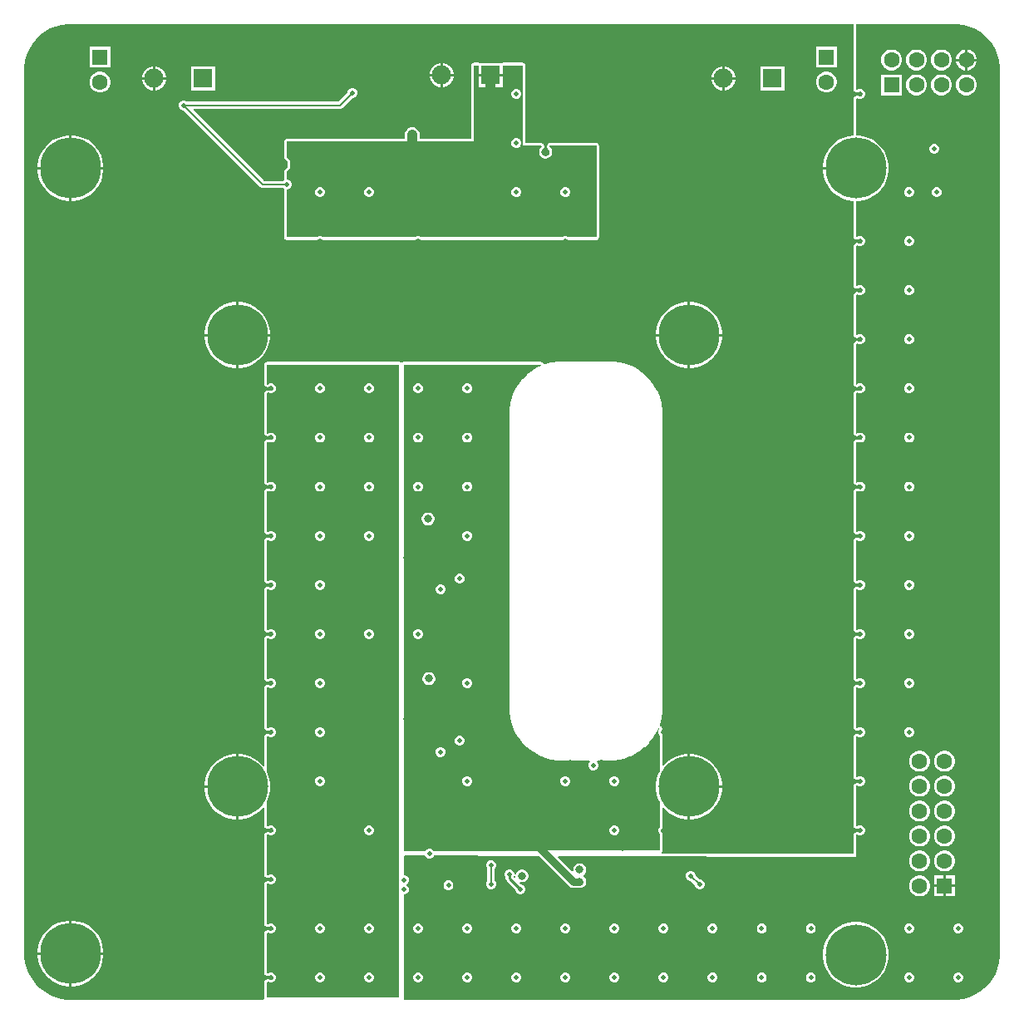
<source format=gbr>
%TF.GenerationSoftware,Altium Limited,Altium Designer,24.0.1 (36)*%
G04 Layer_Physical_Order=4*
G04 Layer_Color=16711680*
%FSLAX25Y25*%
%MOIN*%
%TF.SameCoordinates,D5D63520-F272-4D0B-AB48-B6EDFC209223*%
%TF.FilePolarity,Positive*%
%TF.FileFunction,Copper,L4,Bot,Signal*%
%TF.Part,Single*%
G01*
G75*
%TA.AperFunction,Conductor*%
%ADD40C,0.00787*%
%ADD41C,0.03937*%
%ADD42C,0.02953*%
%ADD43C,0.01000*%
%TA.AperFunction,ComponentPad*%
%ADD46R,0.07677X0.07677*%
%ADD47C,0.07677*%
%ADD48C,0.06299*%
%ADD49R,0.06299X0.06299*%
%ADD50R,0.06299X0.06299*%
%TA.AperFunction,ViaPad*%
%ADD51C,0.24410*%
%ADD52C,0.01968*%
%ADD53C,0.05000*%
%ADD54C,0.03150*%
G36*
X333626Y366215D02*
X333704Y365824D01*
X333925Y365494D01*
X334256Y365273D01*
X334256Y365273D01*
X334717Y365081D01*
X334717Y365081D01*
X335108Y365004D01*
X335498Y365081D01*
X335603Y365151D01*
X336085Y365351D01*
X336469D01*
X336824Y365204D01*
X337095Y364933D01*
X337242Y364579D01*
Y364195D01*
X337095Y363840D01*
X336824Y363569D01*
X336469Y363422D01*
X336085D01*
X335603Y363622D01*
X335498Y363692D01*
X335108Y363770D01*
X334717Y363692D01*
X334256Y363501D01*
X334256Y363501D01*
X333925Y363280D01*
X333704Y362949D01*
X333626Y362559D01*
Y347850D01*
X333606D01*
X331554Y347525D01*
X329577Y346883D01*
X327725Y345939D01*
X326043Y344718D01*
X324574Y343248D01*
X323352Y341566D01*
X322408Y339715D01*
X321766Y337738D01*
X321441Y335685D01*
Y335146D01*
X334646D01*
Y334146D01*
X321441D01*
Y333606D01*
X321766Y331554D01*
X322408Y329577D01*
X323352Y327725D01*
X324574Y326043D01*
X326043Y324574D01*
X327725Y323352D01*
X329577Y322408D01*
X331554Y321766D01*
X333606Y321441D01*
X333626D01*
Y307159D01*
X333704Y306769D01*
X333925Y306438D01*
X334256Y306218D01*
X334256Y306217D01*
X334717Y306026D01*
X334717Y306026D01*
X335108Y305948D01*
X335498Y306026D01*
X335603Y306096D01*
X336085Y306296D01*
X336469D01*
X336824Y306149D01*
X337095Y305878D01*
X337242Y305523D01*
Y305140D01*
X337095Y304785D01*
X336824Y304514D01*
X336469Y304367D01*
X336085D01*
X335603Y304567D01*
X335498Y304637D01*
X335108Y304714D01*
X334717Y304637D01*
X334256Y304446D01*
X334256Y304446D01*
X333925Y304224D01*
X333704Y303894D01*
X333626Y303503D01*
Y287474D01*
X333704Y287084D01*
X333925Y286753D01*
X334256Y286532D01*
X334256Y286532D01*
X334717Y286341D01*
X334717Y286341D01*
X335108Y286263D01*
X335498Y286341D01*
X335603Y286411D01*
X336085Y286611D01*
X336469D01*
X336824Y286464D01*
X337095Y286193D01*
X337242Y285838D01*
Y285455D01*
X337095Y285100D01*
X336824Y284829D01*
X336469Y284682D01*
X336085D01*
X335603Y284882D01*
X335498Y284952D01*
X335108Y285029D01*
X334717Y284952D01*
X334256Y284760D01*
X334256Y284760D01*
X333925Y284539D01*
X333704Y284209D01*
X333626Y283819D01*
Y267789D01*
X333704Y267399D01*
X333925Y267068D01*
X334256Y266847D01*
X334256Y266847D01*
X334717Y266656D01*
X334717Y266656D01*
X335108Y266578D01*
X335498Y266656D01*
X335603Y266726D01*
X336085Y266926D01*
X336469D01*
X336824Y266779D01*
X337095Y266508D01*
X337242Y266153D01*
Y265770D01*
X337095Y265415D01*
X336824Y265144D01*
X336469Y264997D01*
X336085D01*
X335603Y265197D01*
X335498Y265267D01*
X335108Y265344D01*
X334717Y265267D01*
X334256Y265075D01*
X334256Y265075D01*
X333925Y264854D01*
X333704Y264524D01*
X333626Y264133D01*
Y248104D01*
X333704Y247714D01*
X333925Y247383D01*
X334256Y247162D01*
X334256Y247162D01*
X334717Y246971D01*
X334717Y246971D01*
X335108Y246893D01*
X335498Y246971D01*
X335603Y247041D01*
X336085Y247241D01*
X336469D01*
X336824Y247094D01*
X337095Y246823D01*
X337242Y246468D01*
Y246084D01*
X337095Y245730D01*
X336824Y245459D01*
X336469Y245312D01*
X336085D01*
X335603Y245512D01*
X335498Y245582D01*
X335108Y245659D01*
X334717Y245582D01*
X334256Y245390D01*
X334256Y245390D01*
X333925Y245169D01*
X333704Y244839D01*
X333626Y244448D01*
Y228419D01*
X333704Y228029D01*
X333925Y227698D01*
X334256Y227477D01*
X334256Y227477D01*
X334717Y227286D01*
X334717Y227286D01*
X335108Y227208D01*
X335498Y227286D01*
X335603Y227356D01*
X336085Y227556D01*
X336469D01*
X336824Y227409D01*
X337095Y227138D01*
X337242Y226783D01*
Y226399D01*
X337095Y226045D01*
X336824Y225774D01*
X336469Y225627D01*
X336085D01*
X335603Y225827D01*
X335498Y225897D01*
X335108Y225974D01*
X334717Y225897D01*
X334256Y225705D01*
X334256Y225705D01*
X333925Y225484D01*
X333704Y225153D01*
X333626Y224763D01*
Y208734D01*
X333704Y208344D01*
X333925Y208013D01*
X334256Y207792D01*
X334256Y207792D01*
X334717Y207601D01*
X334717Y207601D01*
X335108Y207523D01*
X335498Y207601D01*
X335603Y207671D01*
X336085Y207871D01*
X336469D01*
X336824Y207724D01*
X337095Y207453D01*
X337242Y207098D01*
Y206714D01*
X337095Y206360D01*
X336824Y206088D01*
X336469Y205942D01*
X336085D01*
X335603Y206141D01*
X335498Y206212D01*
X335108Y206289D01*
X334717Y206212D01*
X334256Y206020D01*
X334256Y206020D01*
X333925Y205799D01*
X333704Y205469D01*
X333626Y205078D01*
Y189049D01*
X333704Y188659D01*
X333925Y188328D01*
X334256Y188107D01*
X334256Y188107D01*
X334717Y187916D01*
X334717Y187916D01*
X335108Y187838D01*
X335498Y187916D01*
X335603Y187986D01*
X336085Y188186D01*
X336469D01*
X336824Y188039D01*
X337095Y187768D01*
X337242Y187413D01*
Y187029D01*
X337095Y186675D01*
X336824Y186403D01*
X336469Y186257D01*
X336085D01*
X335603Y186456D01*
X335498Y186527D01*
X335108Y186604D01*
X334717Y186527D01*
X334256Y186335D01*
X334256Y186335D01*
X333925Y186114D01*
X333704Y185783D01*
X333626Y185393D01*
Y169364D01*
X333704Y168974D01*
X333925Y168643D01*
X334256Y168422D01*
X334256Y168422D01*
X334717Y168231D01*
X334717Y168231D01*
X335108Y168153D01*
X335498Y168231D01*
X335603Y168301D01*
X336085Y168501D01*
X336469D01*
X336824Y168354D01*
X337095Y168083D01*
X337242Y167728D01*
Y167344D01*
X337095Y166990D01*
X336824Y166718D01*
X336469Y166571D01*
X336085D01*
X335603Y166771D01*
X335498Y166842D01*
X335108Y166919D01*
X334717Y166842D01*
X334256Y166650D01*
X334256Y166650D01*
X333925Y166429D01*
X333704Y166098D01*
X333626Y165708D01*
Y149679D01*
X333704Y149289D01*
X333925Y148958D01*
X334256Y148737D01*
X334256Y148737D01*
X334717Y148546D01*
X334717Y148546D01*
X335108Y148468D01*
X335498Y148546D01*
X335603Y148616D01*
X336085Y148816D01*
X336469D01*
X336824Y148669D01*
X337095Y148398D01*
X337242Y148043D01*
Y147659D01*
X337095Y147305D01*
X336824Y147033D01*
X336469Y146887D01*
X336085D01*
X335603Y147086D01*
X335498Y147157D01*
X335108Y147234D01*
X334717Y147157D01*
X334256Y146965D01*
X334256Y146965D01*
X333925Y146744D01*
X333704Y146413D01*
X333626Y146023D01*
Y129994D01*
X333704Y129604D01*
X333925Y129273D01*
X334256Y129052D01*
X334256Y129052D01*
X334717Y128861D01*
X334717Y128861D01*
X335108Y128783D01*
X335498Y128861D01*
X335603Y128931D01*
X336085Y129131D01*
X336469D01*
X336824Y128984D01*
X337095Y128713D01*
X337242Y128358D01*
Y127974D01*
X337095Y127620D01*
X336824Y127348D01*
X336469Y127201D01*
X336085D01*
X335603Y127401D01*
X335498Y127471D01*
X335108Y127549D01*
X334717Y127471D01*
X334256Y127280D01*
X334256Y127280D01*
X333925Y127059D01*
X333704Y126728D01*
X333626Y126338D01*
Y110309D01*
X333704Y109919D01*
X333925Y109588D01*
X334256Y109367D01*
X334256Y109367D01*
X334717Y109176D01*
X334717Y109176D01*
X335108Y109098D01*
X335498Y109176D01*
X335603Y109246D01*
X336085Y109446D01*
X336469D01*
X336824Y109299D01*
X337095Y109028D01*
X337242Y108673D01*
Y108289D01*
X337095Y107935D01*
X336824Y107663D01*
X336469Y107516D01*
X336085D01*
X335603Y107716D01*
X335498Y107786D01*
X335108Y107864D01*
X334717Y107786D01*
X334256Y107595D01*
X334256Y107595D01*
X333925Y107374D01*
X333704Y107043D01*
X333626Y106653D01*
Y90624D01*
X333704Y90234D01*
X333925Y89903D01*
X334256Y89682D01*
X334256Y89682D01*
X334717Y89491D01*
X334717Y89491D01*
X335108Y89413D01*
X335498Y89491D01*
X335603Y89561D01*
X336085Y89761D01*
X336469D01*
X336824Y89614D01*
X337095Y89342D01*
X337242Y88988D01*
Y88604D01*
X337095Y88250D01*
X336824Y87978D01*
X336469Y87831D01*
X336085D01*
X335603Y88031D01*
X335498Y88101D01*
X335108Y88179D01*
X334717Y88101D01*
X334256Y87910D01*
X334256Y87910D01*
X333925Y87689D01*
X333704Y87358D01*
X333626Y86968D01*
Y70939D01*
X333704Y70549D01*
X333925Y70218D01*
X334256Y69997D01*
X334256Y69997D01*
X334717Y69806D01*
X334717Y69806D01*
X335108Y69728D01*
X335498Y69806D01*
X335603Y69876D01*
X336085Y70076D01*
X336469D01*
X336824Y69929D01*
X337095Y69657D01*
X337242Y69303D01*
Y68919D01*
X337095Y68564D01*
X336824Y68293D01*
X336469Y68146D01*
X336085D01*
X335603Y68346D01*
X335498Y68416D01*
X335108Y68494D01*
X334717Y68416D01*
X334256Y68225D01*
X334256Y68225D01*
X333925Y68004D01*
X333704Y67673D01*
X333626Y67283D01*
Y59958D01*
X333272Y59605D01*
X256929Y59775D01*
X256791Y60083D01*
X256747Y60276D01*
X256832Y60403D01*
X256942Y60568D01*
X256942Y60569D01*
X256942Y60569D01*
X256981Y60764D01*
X257019Y60958D01*
Y67842D01*
X256942Y68232D01*
X256721Y68563D01*
X256719Y68564D01*
X256572Y68919D01*
Y69303D01*
X256719Y69657D01*
X256721Y69659D01*
X256942Y69990D01*
X257019Y70380D01*
Y78063D01*
X257495Y78218D01*
X257645Y78012D01*
X259114Y76542D01*
X260796Y75321D01*
X262648Y74377D01*
X264624Y73735D01*
X266677Y73409D01*
X267216D01*
Y86614D01*
Y99819D01*
X266677D01*
X264624Y99494D01*
X262648Y98852D01*
X260796Y97908D01*
X259114Y96686D01*
X257645Y95217D01*
X257495Y95011D01*
X257019Y95165D01*
Y107212D01*
X256942Y107602D01*
X256721Y107933D01*
X256719Y107935D01*
X256572Y108289D01*
Y108673D01*
X256730Y109052D01*
X256757Y109076D01*
X256819Y109199D01*
X256895Y109314D01*
X256908Y109375D01*
X256936Y109431D01*
X256946Y109569D01*
X256973Y109704D01*
X256961Y109765D01*
X256965Y109828D01*
X256931Y110112D01*
X256909Y110178D01*
X256905Y110247D01*
X256847Y110365D01*
X256806Y110490D01*
X256761Y110542D01*
X256730Y110605D01*
X256632Y110692D01*
X256546Y110791D01*
X256484Y110822D01*
X256432Y110869D01*
X256308Y110911D01*
X256191Y110970D01*
X256143Y111044D01*
X256023Y111269D01*
X256017Y111288D01*
X255987Y111512D01*
X256637Y113938D01*
X256642Y114017D01*
X256668Y114093D01*
X257006Y116659D01*
X257000Y116738D01*
X257016Y116816D01*
X257016Y118110D01*
X257016Y118110D01*
X257046Y236157D01*
X257046Y236157D01*
X257046Y236158D01*
X257045Y237453D01*
X257030Y237531D01*
X257035Y237610D01*
X256695Y240179D01*
X256669Y240254D01*
X256664Y240333D01*
X255991Y242835D01*
X255956Y242906D01*
X255941Y242984D01*
X254947Y245377D01*
X254903Y245443D01*
X254878Y245518D01*
X253580Y247761D01*
X253528Y247821D01*
X253493Y247892D01*
X251914Y249946D01*
X251854Y249998D01*
X251810Y250065D01*
X249977Y251895D01*
X249911Y251939D01*
X249858Y251999D01*
X247802Y253574D01*
X247730Y253609D01*
X247671Y253662D01*
X245426Y254956D01*
X245351Y254981D01*
X245285Y255025D01*
X242890Y256015D01*
X242812Y256030D01*
X242741Y256065D01*
X240238Y256734D01*
X240159Y256739D01*
X240084Y256764D01*
X237515Y257101D01*
X237435Y257095D01*
X237357Y257111D01*
X236063Y257110D01*
X236063Y257110D01*
X236063Y257110D01*
X216693Y257110D01*
X215399Y257110D01*
X215321Y257094D01*
X215241Y257099D01*
X212675Y256762D01*
X212599Y256736D01*
X212520Y256731D01*
X210020Y256061D01*
X209948Y256026D01*
X209870Y256010D01*
X209719Y255947D01*
X209278Y256296D01*
X209223Y256379D01*
X209184Y256472D01*
X209113Y256543D01*
X209057Y256627D01*
X208974Y256682D01*
X208903Y256753D01*
X208810Y256792D01*
X208727Y256848D01*
X208628Y256867D01*
X208535Y256906D01*
X208435D01*
X208336Y256925D01*
X153302D01*
X152912Y256848D01*
X152799Y256772D01*
X152438Y256668D01*
X152077Y256772D01*
X151965Y256848D01*
X151575Y256925D01*
X98425D01*
X98035Y256848D01*
X97704Y256627D01*
X97483Y256296D01*
X97406Y255906D01*
Y248104D01*
X97483Y247714D01*
X97704Y247383D01*
X98035Y247162D01*
X98035Y247162D01*
X98497Y246971D01*
X98497Y246971D01*
X98887Y246893D01*
X99277Y246971D01*
X99382Y247041D01*
X99865Y247241D01*
X100249D01*
X100603Y247094D01*
X100874Y246823D01*
X101021Y246468D01*
Y246084D01*
X100874Y245730D01*
X100603Y245459D01*
X100249Y245312D01*
X99865D01*
X99382Y245512D01*
X99277Y245582D01*
X98887Y245659D01*
X98497Y245582D01*
X98035Y245390D01*
X98035Y245390D01*
X97704Y245169D01*
X97483Y244839D01*
X97406Y244448D01*
Y228419D01*
X97483Y228029D01*
X97704Y227698D01*
X98035Y227477D01*
X98035Y227477D01*
X98497Y227286D01*
X98497Y227286D01*
X98887Y227208D01*
X99277Y227286D01*
X99382Y227356D01*
X99865Y227556D01*
X100249D01*
X100603Y227409D01*
X100874Y227138D01*
X101021Y226783D01*
Y226399D01*
X100874Y226045D01*
X100603Y225774D01*
X100249Y225627D01*
X99865D01*
X99382Y225827D01*
X99277Y225897D01*
X98887Y225974D01*
X98497Y225897D01*
X98035Y225705D01*
X98035Y225705D01*
X97704Y225484D01*
X97483Y225153D01*
X97406Y224763D01*
Y208734D01*
X97483Y208344D01*
X97704Y208013D01*
X98035Y207792D01*
X98035Y207792D01*
X98497Y207601D01*
X98497Y207601D01*
X98887Y207523D01*
X99277Y207601D01*
X99382Y207671D01*
X99865Y207871D01*
X100249D01*
X100603Y207724D01*
X100874Y207453D01*
X101021Y207098D01*
Y206714D01*
X100874Y206360D01*
X100603Y206088D01*
X100249Y205942D01*
X99865D01*
X99382Y206141D01*
X99277Y206212D01*
X98887Y206289D01*
X98497Y206212D01*
X98035Y206020D01*
X98035Y206020D01*
X97704Y205799D01*
X97483Y205469D01*
X97406Y205078D01*
Y189049D01*
X97483Y188659D01*
X97704Y188328D01*
X98035Y188107D01*
X98035Y188107D01*
X98497Y187916D01*
X98497Y187916D01*
X98887Y187838D01*
X99277Y187916D01*
X99382Y187986D01*
X99865Y188186D01*
X100249D01*
X100603Y188039D01*
X100874Y187768D01*
X101021Y187413D01*
Y187029D01*
X100874Y186675D01*
X100603Y186403D01*
X100249Y186257D01*
X99865D01*
X99382Y186456D01*
X99277Y186527D01*
X98887Y186604D01*
X98497Y186527D01*
X98035Y186335D01*
X98035Y186335D01*
X97704Y186114D01*
X97483Y185783D01*
X97406Y185393D01*
Y169364D01*
X97483Y168974D01*
X97704Y168643D01*
X98035Y168422D01*
X98035Y168422D01*
X98497Y168231D01*
X98497Y168231D01*
X98887Y168153D01*
X99277Y168231D01*
X99382Y168301D01*
X99865Y168501D01*
X100249D01*
X100603Y168354D01*
X100874Y168083D01*
X101021Y167728D01*
Y167344D01*
X100874Y166990D01*
X100603Y166718D01*
X100249Y166571D01*
X99865D01*
X99382Y166771D01*
X99277Y166842D01*
X98887Y166919D01*
X98497Y166842D01*
X98035Y166650D01*
X98035Y166650D01*
X97704Y166429D01*
X97483Y166098D01*
X97406Y165708D01*
Y149679D01*
X97483Y149289D01*
X97704Y148958D01*
X98035Y148737D01*
X98035Y148737D01*
X98497Y148546D01*
X98497Y148546D01*
X98887Y148468D01*
X99277Y148546D01*
X99382Y148616D01*
X99865Y148816D01*
X100249D01*
X100603Y148669D01*
X100874Y148398D01*
X101021Y148043D01*
Y147659D01*
X100874Y147305D01*
X100603Y147033D01*
X100249Y146887D01*
X99865D01*
X99382Y147086D01*
X99277Y147157D01*
X98887Y147234D01*
X98497Y147157D01*
X98035Y146965D01*
X98035Y146965D01*
X97704Y146744D01*
X97483Y146413D01*
X97406Y146023D01*
Y129994D01*
X97483Y129604D01*
X97704Y129273D01*
X98035Y129052D01*
X98035Y129052D01*
X98497Y128861D01*
X98497Y128861D01*
X98887Y128783D01*
X99277Y128861D01*
X99382Y128931D01*
X99865Y129131D01*
X100249D01*
X100603Y128984D01*
X100874Y128713D01*
X101021Y128358D01*
Y127974D01*
X100874Y127620D01*
X100603Y127348D01*
X100249Y127201D01*
X99865D01*
X99382Y127401D01*
X99277Y127471D01*
X98887Y127549D01*
X98497Y127471D01*
X98035Y127280D01*
X98035Y127280D01*
X97704Y127059D01*
X97483Y126728D01*
X97406Y126338D01*
Y110309D01*
X97483Y109919D01*
X97704Y109588D01*
X98035Y109367D01*
X98035Y109367D01*
X98497Y109176D01*
X98497Y109176D01*
X98887Y109098D01*
X99277Y109176D01*
X99382Y109246D01*
X99865Y109446D01*
X100249D01*
X100603Y109299D01*
X100874Y109028D01*
X101021Y108673D01*
Y108289D01*
X100874Y107935D01*
X100603Y107663D01*
X100249Y107516D01*
X99865D01*
X99382Y107716D01*
X99277Y107786D01*
X98887Y107864D01*
X98497Y107786D01*
X98035Y107595D01*
X98035Y107595D01*
X97704Y107374D01*
X97483Y107043D01*
X97406Y106653D01*
Y95035D01*
X96930Y94881D01*
X96686Y95217D01*
X95217Y96686D01*
X93535Y97908D01*
X91683Y98852D01*
X89706Y99494D01*
X87653Y99819D01*
X87114D01*
Y86614D01*
Y73409D01*
X87653D01*
X89706Y73735D01*
X91683Y74377D01*
X93535Y75321D01*
X95217Y76542D01*
X96686Y78012D01*
X96930Y78348D01*
X97406Y78193D01*
Y70939D01*
X97483Y70549D01*
X97704Y70218D01*
X98035Y69997D01*
X98035Y69997D01*
X98497Y69806D01*
X98497Y69806D01*
X98887Y69728D01*
X99277Y69806D01*
X99382Y69876D01*
X99865Y70076D01*
X100249D01*
X100603Y69929D01*
X100874Y69657D01*
X101021Y69303D01*
Y68919D01*
X100874Y68564D01*
X100603Y68293D01*
X100249Y68146D01*
X99865D01*
X99382Y68346D01*
X99277Y68416D01*
X98887Y68494D01*
X98497Y68416D01*
X98035Y68225D01*
X98035Y68225D01*
X97704Y68004D01*
X97483Y67673D01*
X97406Y67283D01*
Y51254D01*
X97483Y50864D01*
X97704Y50533D01*
X98035Y50312D01*
X98035Y50312D01*
X98497Y50121D01*
X98497Y50121D01*
X98887Y50043D01*
X99277Y50121D01*
X99382Y50191D01*
X99865Y50391D01*
X100249D01*
X100603Y50244D01*
X100874Y49972D01*
X101021Y49618D01*
Y49234D01*
X100874Y48880D01*
X100603Y48608D01*
X100249Y48461D01*
X99865D01*
X99382Y48661D01*
X99277Y48731D01*
X98887Y48809D01*
X98497Y48731D01*
X98035Y48540D01*
X98035Y48540D01*
X97704Y48319D01*
X97483Y47988D01*
X97406Y47598D01*
Y31569D01*
X97483Y31179D01*
X97704Y30848D01*
X98035Y30627D01*
X98035Y30627D01*
X98497Y30436D01*
X98497Y30436D01*
X98887Y30358D01*
X99277Y30435D01*
X99382Y30506D01*
X99865Y30706D01*
X100249D01*
X100603Y30559D01*
X100874Y30287D01*
X101021Y29933D01*
Y29549D01*
X100874Y29195D01*
X100603Y28923D01*
X100249Y28776D01*
X99865D01*
X99382Y28976D01*
X99277Y29046D01*
X98887Y29124D01*
X98497Y29046D01*
X98035Y28855D01*
X98035Y28855D01*
X97704Y28634D01*
X97483Y28303D01*
X97406Y27913D01*
Y11884D01*
X97483Y11494D01*
X97704Y11163D01*
X98035Y10942D01*
X98035Y10942D01*
X98497Y10751D01*
X98497Y10751D01*
X98887Y10673D01*
X99277Y10751D01*
X99382Y10821D01*
X99865Y11021D01*
X100249D01*
X100603Y10874D01*
X100874Y10602D01*
X101021Y10248D01*
Y9864D01*
X100874Y9509D01*
X100603Y9238D01*
X100249Y9091D01*
X99865D01*
X99382Y9291D01*
X99277Y9361D01*
X98887Y9439D01*
X98497Y9361D01*
X98035Y9170D01*
X98035Y9170D01*
X97704Y8949D01*
X97483Y8618D01*
X97406Y8228D01*
Y1969D01*
X97458Y1704D01*
X97246Y1325D01*
X97132Y1204D01*
X18474D01*
X16072Y1520D01*
X13732Y2147D01*
X11494Y3074D01*
X9396Y4286D01*
X7474Y5760D01*
X5761Y7474D01*
X4286Y9396D01*
X3074Y11494D01*
X2147Y13732D01*
X1520Y16072D01*
X1204Y18474D01*
Y19685D01*
Y374016D01*
Y375227D01*
X1520Y377629D01*
X2147Y379969D01*
X3074Y382207D01*
X4286Y384305D01*
X5760Y386227D01*
X7474Y387940D01*
X9396Y389415D01*
X11494Y390626D01*
X13732Y391553D01*
X16072Y392180D01*
X18474Y392497D01*
X333626D01*
Y366215D01*
D02*
G37*
G36*
X377629Y392180D02*
X379969Y391553D01*
X382207Y390626D01*
X384305Y389415D01*
X386227Y387940D01*
X387940Y386227D01*
X389415Y384305D01*
X390626Y382207D01*
X391553Y379969D01*
X392180Y377629D01*
X392497Y375227D01*
Y374016D01*
Y19685D01*
Y18474D01*
X392180Y16072D01*
X391553Y13732D01*
X390626Y11494D01*
X389415Y9396D01*
X387940Y7474D01*
X386227Y5761D01*
X384305Y4286D01*
X382207Y3074D01*
X379969Y2147D01*
X377629Y1520D01*
X375227Y1204D01*
X153300D01*
Y43291D01*
X153695D01*
X154424Y43593D01*
X154982Y44152D01*
X155284Y44881D01*
Y45670D01*
X154982Y46400D01*
X154424Y46958D01*
X154336Y46994D01*
Y47494D01*
X154424Y47530D01*
X154982Y48089D01*
X155284Y48818D01*
Y49607D01*
X154982Y50337D01*
X154424Y50895D01*
X153695Y51197D01*
X153300D01*
Y58632D01*
X153654Y58985D01*
X161867Y58967D01*
X162000Y58646D01*
X162558Y58088D01*
X163288Y57786D01*
X164077D01*
X164806Y58088D01*
X165365Y58646D01*
X165494Y58959D01*
X201245Y58879D01*
X207593Y58865D01*
X219691Y46768D01*
X220510Y46221D01*
X221476Y46029D01*
X223244D01*
X223570Y45941D01*
X224248D01*
X224903Y46116D01*
X225490Y46455D01*
X225970Y46935D01*
X226309Y47522D01*
X226484Y48177D01*
Y48855D01*
X226309Y49510D01*
X225970Y50097D01*
X225490Y50576D01*
X225387Y50636D01*
Y51136D01*
X225490Y51196D01*
X225970Y51675D01*
X226309Y52262D01*
X226484Y52917D01*
Y53595D01*
X226309Y54250D01*
X225970Y54837D01*
X225490Y55316D01*
X224903Y55655D01*
X224248Y55831D01*
X223570D01*
X222916Y55655D01*
X222328Y55316D01*
X221849Y54837D01*
X221510Y54250D01*
X221335Y53595D01*
Y52973D01*
X221199Y52864D01*
X220866Y52734D01*
X215214Y58386D01*
X215406Y58848D01*
X334646Y58583D01*
Y67283D01*
X335108Y67474D01*
X335153Y67429D01*
X335882Y67127D01*
X336672D01*
X337401Y67429D01*
X337959Y67987D01*
X338261Y68716D01*
Y69506D01*
X337959Y70235D01*
X337401Y70793D01*
X336672Y71095D01*
X335882D01*
X335153Y70793D01*
X335108Y70748D01*
X334646Y70939D01*
Y86968D01*
X335108Y87159D01*
X335153Y87114D01*
X335882Y86812D01*
X336672D01*
X337401Y87114D01*
X337959Y87672D01*
X338261Y88401D01*
Y89191D01*
X337959Y89920D01*
X337401Y90478D01*
X336672Y90780D01*
X335882D01*
X335153Y90478D01*
X335108Y90433D01*
X334646Y90624D01*
Y106653D01*
X335108Y106844D01*
X335153Y106799D01*
X335882Y106497D01*
X336672D01*
X337401Y106799D01*
X337959Y107357D01*
X338261Y108086D01*
Y108876D01*
X337959Y109605D01*
X337401Y110163D01*
X336672Y110465D01*
X335882D01*
X335153Y110163D01*
X335108Y110118D01*
X334646Y110309D01*
Y126338D01*
X335108Y126530D01*
X335153Y126484D01*
X335882Y126182D01*
X336672D01*
X337401Y126484D01*
X337959Y127042D01*
X338261Y127771D01*
Y128561D01*
X337959Y129290D01*
X337401Y129848D01*
X336672Y130150D01*
X335882D01*
X335153Y129848D01*
X335108Y129803D01*
X334646Y129994D01*
Y146023D01*
X335108Y146214D01*
X335153Y146169D01*
X335882Y145867D01*
X336672D01*
X337401Y146169D01*
X337959Y146727D01*
X338261Y147457D01*
Y148246D01*
X337959Y148975D01*
X337401Y149533D01*
X336672Y149835D01*
X335882D01*
X335153Y149533D01*
X335108Y149488D01*
X334646Y149679D01*
Y165708D01*
X335108Y165900D01*
X335153Y165854D01*
X335882Y165552D01*
X336672D01*
X337401Y165854D01*
X337959Y166412D01*
X338261Y167141D01*
Y167931D01*
X337959Y168660D01*
X337401Y169218D01*
X336672Y169520D01*
X335882D01*
X335153Y169218D01*
X335108Y169173D01*
X334646Y169364D01*
Y185393D01*
X335108Y185585D01*
X335153Y185539D01*
X335882Y185237D01*
X336672D01*
X337401Y185539D01*
X337959Y186097D01*
X338261Y186827D01*
Y187616D01*
X337959Y188345D01*
X337401Y188903D01*
X336672Y189206D01*
X335882D01*
X335153Y188903D01*
X335108Y188858D01*
X334646Y189049D01*
Y205078D01*
X335108Y205270D01*
X335153Y205224D01*
X335882Y204922D01*
X336672D01*
X337401Y205224D01*
X337959Y205782D01*
X338261Y206512D01*
Y207301D01*
X337959Y208030D01*
X337401Y208588D01*
X336672Y208891D01*
X335882D01*
X335153Y208588D01*
X335108Y208543D01*
X334646Y208734D01*
Y224763D01*
X335108Y224955D01*
X335153Y224909D01*
X335882Y224607D01*
X336672D01*
X337401Y224909D01*
X337959Y225467D01*
X338261Y226197D01*
Y226986D01*
X337959Y227715D01*
X337401Y228274D01*
X336672Y228576D01*
X335882D01*
X335153Y228274D01*
X335108Y228228D01*
X334646Y228419D01*
Y244448D01*
X335108Y244640D01*
X335153Y244594D01*
X335882Y244292D01*
X336672D01*
X337401Y244594D01*
X337959Y245152D01*
X338261Y245882D01*
Y246671D01*
X337959Y247400D01*
X337401Y247958D01*
X336672Y248261D01*
X335882D01*
X335153Y247958D01*
X335108Y247913D01*
X334646Y248104D01*
Y264133D01*
X335108Y264325D01*
X335153Y264279D01*
X335882Y263977D01*
X336672D01*
X337401Y264279D01*
X337959Y264837D01*
X338261Y265567D01*
Y266356D01*
X337959Y267085D01*
X337401Y267644D01*
X336672Y267946D01*
X335882D01*
X335153Y267644D01*
X335108Y267598D01*
X334646Y267789D01*
Y283819D01*
X335108Y284010D01*
X335153Y283964D01*
X335882Y283662D01*
X336672D01*
X337401Y283964D01*
X337959Y284522D01*
X338261Y285252D01*
Y286041D01*
X337959Y286770D01*
X337401Y287329D01*
X336672Y287631D01*
X335882D01*
X335153Y287329D01*
X335108Y287283D01*
X334646Y287474D01*
Y303503D01*
X335108Y303695D01*
X335153Y303649D01*
X335882Y303347D01*
X336672D01*
X337401Y303649D01*
X337959Y304207D01*
X338261Y304937D01*
Y305726D01*
X337959Y306455D01*
X337401Y307014D01*
X336672Y307316D01*
X335882D01*
X335153Y307014D01*
X335108Y306968D01*
X334646Y307159D01*
Y321441D01*
X335685D01*
X337738Y321766D01*
X339715Y322408D01*
X341566Y323352D01*
X343248Y324574D01*
X344718Y326043D01*
X345939Y327725D01*
X346883Y329577D01*
X347525Y331554D01*
X347850Y333606D01*
Y335685D01*
X347525Y337738D01*
X346883Y339715D01*
X345939Y341566D01*
X344718Y343248D01*
X343248Y344718D01*
X341566Y345939D01*
X339715Y346883D01*
X337738Y347525D01*
X335685Y347850D01*
X334646D01*
Y362559D01*
X335108Y362750D01*
X335153Y362704D01*
X335882Y362402D01*
X336672D01*
X337401Y362704D01*
X337959Y363263D01*
X338261Y363992D01*
Y364781D01*
X337959Y365511D01*
X337401Y366069D01*
X336672Y366371D01*
X335882D01*
X335153Y366069D01*
X335108Y366023D01*
X334646Y366215D01*
Y392497D01*
X375227D01*
X377629Y392180D01*
D02*
G37*
G36*
X151575Y50232D02*
X151316Y49607D01*
Y48818D01*
X151575Y48193D01*
Y46295D01*
X151316Y45670D01*
Y44881D01*
X151575Y44256D01*
Y1969D01*
X98425D01*
Y8228D01*
X98887Y8419D01*
X98933Y8374D01*
X99662Y8072D01*
X100451D01*
X101181Y8374D01*
X101739Y8932D01*
X102041Y9661D01*
Y10451D01*
X101739Y11180D01*
X101181Y11738D01*
X100451Y12040D01*
X99662D01*
X98933Y11738D01*
X98887Y11693D01*
X98425Y11884D01*
Y27913D01*
X98887Y28104D01*
X98933Y28059D01*
X99662Y27757D01*
X100451D01*
X101181Y28059D01*
X101739Y28617D01*
X102041Y29346D01*
Y30136D01*
X101739Y30865D01*
X101181Y31423D01*
X100451Y31725D01*
X99662D01*
X98933Y31423D01*
X98887Y31378D01*
X98425Y31569D01*
Y47598D01*
X98887Y47789D01*
X98933Y47744D01*
X99662Y47442D01*
X100451D01*
X101181Y47744D01*
X101739Y48302D01*
X102041Y49031D01*
Y49821D01*
X101739Y50550D01*
X101181Y51108D01*
X100451Y51410D01*
X99662D01*
X98933Y51108D01*
X98887Y51063D01*
X98425Y51254D01*
Y67283D01*
X98887Y67474D01*
X98933Y67429D01*
X99662Y67127D01*
X100451D01*
X101181Y67429D01*
X101739Y67987D01*
X102041Y68716D01*
Y69506D01*
X101739Y70235D01*
X101181Y70793D01*
X100451Y71095D01*
X99662D01*
X98933Y70793D01*
X98887Y70748D01*
X98425Y70939D01*
Y80709D01*
X98852Y81545D01*
X99494Y83522D01*
X99819Y85575D01*
Y87653D01*
X99494Y89706D01*
X98852Y91683D01*
X98425Y92520D01*
Y106653D01*
X98887Y106844D01*
X98933Y106799D01*
X99662Y106497D01*
X100451D01*
X101181Y106799D01*
X101739Y107357D01*
X102041Y108086D01*
Y108876D01*
X101739Y109605D01*
X101181Y110163D01*
X100451Y110465D01*
X99662D01*
X98933Y110163D01*
X98887Y110118D01*
X98425Y110309D01*
Y126338D01*
X98887Y126530D01*
X98933Y126484D01*
X99662Y126182D01*
X100451D01*
X101181Y126484D01*
X101739Y127042D01*
X102041Y127771D01*
Y128561D01*
X101739Y129290D01*
X101181Y129848D01*
X100451Y130150D01*
X99662D01*
X98933Y129848D01*
X98887Y129803D01*
X98425Y129994D01*
Y146023D01*
X98887Y146214D01*
X98933Y146169D01*
X99662Y145867D01*
X100451D01*
X101181Y146169D01*
X101739Y146727D01*
X102041Y147457D01*
Y148246D01*
X101739Y148975D01*
X101181Y149533D01*
X100451Y149835D01*
X99662D01*
X98933Y149533D01*
X98887Y149488D01*
X98425Y149679D01*
Y165708D01*
X98887Y165900D01*
X98933Y165854D01*
X99662Y165552D01*
X100451D01*
X101181Y165854D01*
X101739Y166412D01*
X102041Y167141D01*
Y167931D01*
X101739Y168660D01*
X101181Y169218D01*
X100451Y169520D01*
X99662D01*
X98933Y169218D01*
X98887Y169173D01*
X98425Y169364D01*
Y185393D01*
X98887Y185585D01*
X98933Y185539D01*
X99662Y185237D01*
X100451D01*
X101181Y185539D01*
X101739Y186097D01*
X102041Y186827D01*
Y187616D01*
X101739Y188345D01*
X101181Y188903D01*
X100451Y189206D01*
X99662D01*
X98933Y188903D01*
X98887Y188858D01*
X98425Y189049D01*
Y205078D01*
X98887Y205270D01*
X98933Y205224D01*
X99662Y204922D01*
X100451D01*
X101181Y205224D01*
X101739Y205782D01*
X102041Y206512D01*
Y207301D01*
X101739Y208030D01*
X101181Y208588D01*
X100451Y208891D01*
X99662D01*
X98933Y208588D01*
X98887Y208543D01*
X98425Y208734D01*
Y224763D01*
X98887Y224955D01*
X98933Y224909D01*
X99662Y224607D01*
X100451D01*
X101181Y224909D01*
X101739Y225467D01*
X102041Y226197D01*
Y226986D01*
X101739Y227715D01*
X101181Y228274D01*
X100451Y228576D01*
X99662D01*
X98933Y228274D01*
X98887Y228228D01*
X98425Y228419D01*
Y244448D01*
X98887Y244640D01*
X98933Y244594D01*
X99662Y244292D01*
X100451D01*
X101181Y244594D01*
X101739Y245152D01*
X102041Y245882D01*
Y246671D01*
X101739Y247400D01*
X101181Y247958D01*
X100451Y248261D01*
X99662D01*
X98933Y247958D01*
X98887Y247913D01*
X98425Y248104D01*
Y255906D01*
X151575D01*
Y50232D01*
D02*
G37*
G36*
X208434Y255415D02*
X207479Y255019D01*
X207413Y254975D01*
X207337Y254950D01*
X205096Y253655D01*
X205036Y253603D01*
X204964Y253568D01*
X202911Y251992D01*
X202858Y251932D01*
X202792Y251888D01*
X200962Y250058D01*
X200918Y249991D01*
X200858Y249939D01*
X199282Y247885D01*
X199247Y247814D01*
X199194Y247754D01*
X197900Y245512D01*
X197874Y245437D01*
X197830Y245371D01*
X196840Y242979D01*
X196824Y242901D01*
X196789Y242830D01*
X196119Y240330D01*
X196114Y240250D01*
X196088Y240175D01*
X195750Y237608D01*
X195756Y237529D01*
X195740Y237451D01*
X195740Y236157D01*
Y118111D01*
X195740Y116816D01*
X195756Y116738D01*
X195750Y116659D01*
X196088Y114093D01*
X196114Y114017D01*
X196119Y113938D01*
X196789Y111437D01*
X196824Y111366D01*
X196840Y111288D01*
X197830Y108897D01*
X197874Y108830D01*
X197900Y108755D01*
X199194Y106513D01*
X199247Y106454D01*
X199282Y106382D01*
X200858Y104329D01*
X200918Y104276D01*
X200962Y104210D01*
X202792Y102380D01*
X202858Y102336D01*
X202911Y102276D01*
X204964Y100700D01*
X205036Y100665D01*
X205096Y100612D01*
X207337Y99318D01*
X207413Y99292D01*
X207479Y99248D01*
X209870Y98257D01*
X209948Y98242D01*
X210020Y98207D01*
X212520Y97537D01*
X212599Y97532D01*
X212675Y97506D01*
X215241Y97168D01*
X215321Y97173D01*
X215399Y97158D01*
X216693Y97158D01*
X218822D01*
X219283Y97250D01*
X219930Y97518D01*
X220430Y97299D01*
X220429Y97048D01*
X227713D01*
X227920Y96548D01*
X227678Y96305D01*
X227376Y95576D01*
Y94787D01*
X227678Y94057D01*
X228236Y93499D01*
X228965Y93197D01*
X229755D01*
X230484Y93499D01*
X231042Y94057D01*
X231344Y94787D01*
Y95576D01*
X231042Y96305D01*
X230800Y96548D01*
X231007Y97048D01*
X232246D01*
Y97271D01*
X232252Y97275D01*
X232747Y97490D01*
X233327Y97250D01*
X233788Y97158D01*
X234161Y97158D01*
X237357D01*
X237435Y97173D01*
X237515Y97168D01*
X240081Y97506D01*
X240156Y97532D01*
X240236Y97537D01*
X242736Y98207D01*
X242808Y98242D01*
X242885Y98257D01*
X245277Y99248D01*
X245343Y99292D01*
X245418Y99318D01*
X247660Y100612D01*
X247720Y100665D01*
X247791Y100700D01*
X249845Y102276D01*
X249898Y102336D01*
X249964Y102380D01*
X251794Y104210D01*
X251838Y104276D01*
X251898Y104329D01*
X253474Y106382D01*
X253509Y106454D01*
X253561Y106513D01*
X254856Y108755D01*
X254881Y108830D01*
X254925Y108897D01*
X255406Y110057D01*
X255919Y109988D01*
X255954Y109704D01*
X255855Y109605D01*
X255553Y108876D01*
Y108086D01*
X255855Y107357D01*
X256000Y107212D01*
Y92705D01*
X255479Y91683D01*
X254837Y89706D01*
X254512Y87653D01*
Y85575D01*
X254837Y83522D01*
X255479Y81545D01*
X256000Y80523D01*
Y70380D01*
X255855Y70235D01*
X255553Y69506D01*
Y68716D01*
X255855Y67987D01*
X256000Y67842D01*
Y60958D01*
X165386Y60842D01*
X165365Y60894D01*
X164806Y61452D01*
X164077Y61754D01*
X163288D01*
X162558Y61452D01*
X162000Y60894D01*
X161977Y60838D01*
X153656Y60827D01*
X153302Y61181D01*
Y255906D01*
X208336D01*
X208434Y255415D01*
D02*
G37*
%LPC*%
G36*
X201025Y376939D02*
X192986D01*
X192720Y376886D01*
X183574D01*
X183309Y376939D01*
X181496D01*
X181106Y376861D01*
X180775Y376640D01*
X180554Y376309D01*
X180476Y375919D01*
Y346466D01*
X159704D01*
Y348028D01*
X159602Y348802D01*
X159303Y349525D01*
X158827Y350145D01*
X158207Y350621D01*
X157485Y350920D01*
X156710Y351022D01*
X155935Y350920D01*
X155213Y350621D01*
X154593Y350145D01*
X154117Y349525D01*
X153818Y348802D01*
X153716Y348028D01*
Y346466D01*
X106360D01*
X105970Y346388D01*
X105640Y346167D01*
X105419Y345837D01*
X105341Y345446D01*
Y339035D01*
X105367Y338904D01*
X105376Y338771D01*
X105405Y338711D01*
X105419Y338645D01*
X105493Y338534D01*
X105552Y338414D01*
X105602Y338370D01*
X105640Y338314D01*
X105751Y338240D01*
X105851Y338152D01*
X105915Y338115D01*
X106377Y337653D01*
X106703Y337087D01*
X106872Y336456D01*
Y335803D01*
X106703Y335173D01*
X106377Y334607D01*
X105915Y334145D01*
X105851Y334108D01*
X105751Y334020D01*
X105640Y333946D01*
X105602Y333890D01*
X105552Y333846D01*
X105493Y333726D01*
X105419Y333615D01*
X105405Y333549D01*
X105376Y333489D01*
X105367Y333356D01*
X105341Y333225D01*
Y330134D01*
X105388Y329895D01*
X105236Y329832D01*
X104975Y329571D01*
X97424D01*
X69007Y357988D01*
X69198Y358450D01*
X127675D01*
X128219Y358558D01*
X128680Y358866D01*
X132703Y362888D01*
X133072D01*
X133801Y363190D01*
X134359Y363749D01*
X134661Y364478D01*
Y365267D01*
X134359Y365997D01*
X133801Y366555D01*
X133072Y366857D01*
X132282D01*
X131553Y366555D01*
X130995Y365997D01*
X130693Y365267D01*
Y364898D01*
X127087Y361292D01*
X66499D01*
X66238Y361553D01*
X65509Y361855D01*
X64719D01*
X63990Y361553D01*
X63432Y360995D01*
X63130Y360265D01*
Y359476D01*
X63432Y358747D01*
X63990Y358189D01*
X64719Y357886D01*
X65089D01*
X95830Y327145D01*
X96291Y326837D01*
X96835Y326729D01*
X104975D01*
X105236Y326467D01*
X105388Y326405D01*
X105341Y326165D01*
Y306938D01*
X105419Y306548D01*
X105640Y306217D01*
X105970Y305996D01*
X106360Y305918D01*
X118542D01*
X118932Y305996D01*
X119107Y306113D01*
X119550Y306296D01*
X119934D01*
X120377Y306113D01*
X120551Y305996D01*
X120941Y305918D01*
X157912D01*
X158302Y305996D01*
X158477Y306113D01*
X158920Y306296D01*
X159304D01*
X159747Y306113D01*
X159921Y305996D01*
X160311Y305918D01*
X216967D01*
X217357Y305996D01*
X217532Y306113D01*
X217975Y306296D01*
X218359D01*
X218802Y306113D01*
X218976Y305996D01*
X219367Y305918D01*
X230610D01*
X231000Y305996D01*
X231331Y306217D01*
X231552Y306548D01*
X231630Y306938D01*
Y343670D01*
X231552Y344060D01*
X231331Y344391D01*
X231000Y344612D01*
X230610Y344689D01*
X211912D01*
X211846Y344676D01*
X211779Y344681D01*
X211653Y344638D01*
X211522Y344612D01*
X211466Y344574D01*
X211403Y344553D01*
X211302Y344465D01*
X211192Y344391D01*
X211154Y344335D01*
X211104Y344290D01*
X211045Y344171D01*
X210970Y344060D01*
X210957Y343994D01*
X210928Y343934D01*
X210794Y343434D01*
X210789Y343367D01*
X210768Y343303D01*
X210774Y343207D01*
X210766Y343166D01*
X210774Y343127D01*
X210768Y343037D01*
X210789Y342973D01*
X210794Y342906D01*
X210834Y342825D01*
X210843Y342776D01*
X210870Y342737D01*
X210895Y342660D01*
X210940Y342610D01*
X210969Y342549D01*
X211030Y342496D01*
X211065Y342445D01*
X211449Y342060D01*
X211654Y341706D01*
X211760Y341310D01*
Y340901D01*
X211654Y340505D01*
X211449Y340151D01*
X211159Y339861D01*
X210805Y339656D01*
X210409Y339550D01*
X210000D01*
X209604Y339656D01*
X209249Y339861D01*
X208960Y340151D01*
X208755Y340505D01*
X208649Y340901D01*
Y341310D01*
X208755Y341706D01*
X208960Y342060D01*
X209345Y342445D01*
X209379Y342496D01*
X209440Y342549D01*
X209469Y342610D01*
X209513Y342660D01*
X209540Y342737D01*
X209565Y342776D01*
X209575Y342825D01*
X209615Y342906D01*
X209620Y342973D01*
X209641Y343037D01*
X209635Y343127D01*
X209643Y343166D01*
X209635Y343207D01*
X209641Y343303D01*
X209620Y343367D01*
X209615Y343434D01*
X209481Y343934D01*
X209452Y343994D01*
X209438Y344060D01*
X209364Y344171D01*
X209305Y344290D01*
X209255Y344335D01*
X209217Y344391D01*
X209107Y344465D01*
X209006Y344553D01*
X208943Y344574D01*
X208887Y344612D01*
X208756Y344638D01*
X208629Y344681D01*
X208562Y344676D01*
X208496Y344689D01*
X202045D01*
Y375919D01*
X201967Y376309D01*
X201746Y376640D01*
X201415Y376861D01*
X201025Y376939D01*
D02*
G37*
G36*
X326984Y383351D02*
X318685D01*
Y375052D01*
X326984D01*
Y383351D01*
D02*
G37*
G36*
X35646Y383275D02*
X27347D01*
Y374975D01*
X35646D01*
Y383275D01*
D02*
G37*
G36*
X169099Y376886D02*
X168962D01*
Y372547D01*
X173301D01*
Y372684D01*
X172971Y373915D01*
X172334Y375018D01*
X171433Y375919D01*
X170330Y376556D01*
X169099Y376886D01*
D02*
G37*
G36*
X167962D02*
X167825D01*
X166595Y376556D01*
X165491Y375919D01*
X164590Y375018D01*
X163953Y373915D01*
X163624Y372684D01*
Y372547D01*
X167962D01*
Y376886D01*
D02*
G37*
G36*
X282133Y375540D02*
X281996D01*
Y371201D01*
X286335D01*
Y371339D01*
X286005Y372569D01*
X285368Y373673D01*
X284467Y374573D01*
X283364Y375210D01*
X282133Y375540D01*
D02*
G37*
G36*
X280996D02*
X280859D01*
X279628Y375210D01*
X278525Y374573D01*
X277624Y373673D01*
X276987Y372569D01*
X276658Y371339D01*
Y371201D01*
X280996D01*
Y375540D01*
D02*
G37*
G36*
X53787Y375464D02*
X53650D01*
Y371125D01*
X57988D01*
Y371262D01*
X57658Y372493D01*
X57021Y373596D01*
X56121Y374497D01*
X55017Y375134D01*
X53787Y375464D01*
D02*
G37*
G36*
X52650D02*
X52513D01*
X51282Y375134D01*
X50179Y374497D01*
X49278Y373596D01*
X48641Y372493D01*
X48311Y371262D01*
Y371125D01*
X52650D01*
Y375464D01*
D02*
G37*
G36*
X173301Y371547D02*
X168962D01*
Y367209D01*
X169099D01*
X170330Y367538D01*
X171433Y368175D01*
X172334Y369076D01*
X172971Y370180D01*
X173301Y371410D01*
Y371547D01*
D02*
G37*
G36*
X167962D02*
X163624D01*
Y371410D01*
X163953Y370180D01*
X164590Y369076D01*
X165491Y368175D01*
X166595Y367538D01*
X167825Y367209D01*
X167962D01*
Y371547D01*
D02*
G37*
G36*
X306020Y375540D02*
X296342D01*
Y365863D01*
X306020D01*
Y375540D01*
D02*
G37*
G36*
X286335Y370201D02*
X281996D01*
Y365863D01*
X282133D01*
X283364Y366193D01*
X284467Y366830D01*
X285368Y367731D01*
X286005Y368834D01*
X286335Y370065D01*
Y370201D01*
D02*
G37*
G36*
X280996D02*
X276658D01*
Y370065D01*
X276987Y368834D01*
X277624Y367731D01*
X278525Y366830D01*
X279628Y366193D01*
X280859Y365863D01*
X280996D01*
Y370201D01*
D02*
G37*
G36*
X77673Y375464D02*
X67996D01*
Y365787D01*
X77673D01*
Y375464D01*
D02*
G37*
G36*
X57988Y370125D02*
X53650D01*
Y365787D01*
X53787D01*
X55017Y366116D01*
X56121Y366753D01*
X57021Y367654D01*
X57658Y368758D01*
X57988Y369988D01*
Y370125D01*
D02*
G37*
G36*
X52650D02*
X48311D01*
Y369988D01*
X48641Y368758D01*
X49278Y367654D01*
X50179Y366753D01*
X51282Y366116D01*
X52513Y365787D01*
X52650D01*
Y370125D01*
D02*
G37*
G36*
X323381Y373351D02*
X322288D01*
X321233Y373068D01*
X320287Y372522D01*
X319514Y371749D01*
X318968Y370803D01*
X318685Y369748D01*
Y368655D01*
X318968Y367600D01*
X319514Y366654D01*
X320287Y365881D01*
X321233Y365335D01*
X322288Y365052D01*
X323381D01*
X324436Y365335D01*
X325383Y365881D01*
X326155Y366654D01*
X326701Y367600D01*
X326984Y368655D01*
Y369748D01*
X326701Y370803D01*
X326155Y371749D01*
X325383Y372522D01*
X324436Y373068D01*
X323381Y373351D01*
D02*
G37*
G36*
X32042Y373275D02*
X30950D01*
X29894Y372992D01*
X28948Y372446D01*
X28176Y371673D01*
X27629Y370727D01*
X27347Y369671D01*
Y368579D01*
X27629Y367523D01*
X28176Y366577D01*
X28948Y365805D01*
X29894Y365258D01*
X30950Y364976D01*
X32042D01*
X33098Y365258D01*
X34044Y365805D01*
X34817Y366577D01*
X35363Y367523D01*
X35646Y368579D01*
Y369671D01*
X35363Y370727D01*
X34817Y371673D01*
X34044Y372446D01*
X33098Y372992D01*
X32042Y373275D01*
D02*
G37*
G36*
X20724Y347850D02*
X20185D01*
Y335146D01*
X32890D01*
Y335685D01*
X32565Y337738D01*
X31922Y339715D01*
X30979Y341566D01*
X29757Y343248D01*
X28287Y344718D01*
X26606Y345939D01*
X24754Y346883D01*
X22777Y347525D01*
X20724Y347850D01*
D02*
G37*
G36*
X19185D02*
X18646D01*
X16593Y347525D01*
X14616Y346883D01*
X12764Y345939D01*
X11083Y344718D01*
X9613Y343248D01*
X8391Y341566D01*
X7448Y339715D01*
X6805Y337738D01*
X6480Y335685D01*
Y335146D01*
X19185D01*
Y347850D01*
D02*
G37*
G36*
X32890Y334146D02*
X20185D01*
Y321441D01*
X20724D01*
X22777Y321766D01*
X24754Y322408D01*
X26606Y323352D01*
X28287Y324574D01*
X29757Y326043D01*
X30979Y327725D01*
X31922Y329577D01*
X32565Y331554D01*
X32890Y333606D01*
Y334146D01*
D02*
G37*
G36*
X19185D02*
X6480D01*
Y333606D01*
X6805Y331554D01*
X7448Y329577D01*
X8391Y327725D01*
X9613Y326043D01*
X11083Y324574D01*
X12764Y323352D01*
X14616Y322408D01*
X16593Y321766D01*
X18646Y321441D01*
X19185D01*
Y334146D01*
D02*
G37*
G36*
X268756Y280921D02*
X268216D01*
Y268216D01*
X280921D01*
Y268756D01*
X280596Y270809D01*
X279954Y272785D01*
X279010Y274637D01*
X277788Y276319D01*
X276319Y277788D01*
X274637Y279010D01*
X272785Y279954D01*
X270809Y280596D01*
X268756Y280921D01*
D02*
G37*
G36*
X267216D02*
X266677D01*
X264624Y280596D01*
X262648Y279954D01*
X260796Y279010D01*
X259114Y277788D01*
X257645Y276319D01*
X256423Y274637D01*
X255479Y272785D01*
X254837Y270809D01*
X254512Y268756D01*
Y268216D01*
X267216D01*
Y280921D01*
D02*
G37*
G36*
X87653D02*
X87114D01*
Y268216D01*
X99819D01*
Y268756D01*
X99494Y270809D01*
X98852Y272785D01*
X97908Y274637D01*
X96686Y276319D01*
X95217Y277788D01*
X93535Y279010D01*
X91683Y279954D01*
X89706Y280596D01*
X87653Y280921D01*
D02*
G37*
G36*
X86114D02*
X85575D01*
X83522Y280596D01*
X81545Y279954D01*
X79693Y279010D01*
X78012Y277788D01*
X76542Y276319D01*
X75321Y274637D01*
X74377Y272785D01*
X73735Y270809D01*
X73409Y268756D01*
Y268216D01*
X86114D01*
Y280921D01*
D02*
G37*
G36*
X280921Y267216D02*
X268216D01*
Y254512D01*
X268756D01*
X270809Y254837D01*
X272785Y255479D01*
X274637Y256423D01*
X276319Y257645D01*
X277788Y259114D01*
X279010Y260796D01*
X279954Y262648D01*
X280596Y264624D01*
X280921Y266677D01*
Y267216D01*
D02*
G37*
G36*
X267216D02*
X254512D01*
Y266677D01*
X254837Y264624D01*
X255479Y262648D01*
X256423Y260796D01*
X257645Y259114D01*
X259114Y257645D01*
X260796Y256423D01*
X262648Y255479D01*
X264624Y254837D01*
X266677Y254512D01*
X267216D01*
Y267216D01*
D02*
G37*
G36*
X99819D02*
X87114D01*
Y254512D01*
X87653D01*
X89706Y254837D01*
X91683Y255479D01*
X93535Y256423D01*
X95217Y257645D01*
X96686Y259114D01*
X97908Y260796D01*
X98852Y262648D01*
X99494Y264624D01*
X99819Y266677D01*
Y267216D01*
D02*
G37*
G36*
X86114D02*
X73409D01*
Y266677D01*
X73735Y264624D01*
X74377Y262648D01*
X75321Y260796D01*
X76542Y259114D01*
X78012Y257645D01*
X79693Y256423D01*
X81545Y255479D01*
X83522Y254837D01*
X85575Y254512D01*
X86114D01*
Y267216D01*
D02*
G37*
G36*
X268756Y99819D02*
X268216D01*
Y87114D01*
X280921D01*
Y87653D01*
X280596Y89706D01*
X279954Y91683D01*
X279010Y93535D01*
X277788Y95217D01*
X276319Y96686D01*
X274637Y97908D01*
X272785Y98852D01*
X270809Y99494D01*
X268756Y99819D01*
D02*
G37*
G36*
X86114D02*
X85575D01*
X83522Y99494D01*
X81545Y98852D01*
X79693Y97908D01*
X78012Y96686D01*
X76542Y95217D01*
X75321Y93535D01*
X74377Y91683D01*
X73735Y89706D01*
X73409Y87653D01*
Y87114D01*
X86114D01*
Y99819D01*
D02*
G37*
G36*
X280921Y86114D02*
X268216D01*
Y73409D01*
X268756D01*
X270809Y73735D01*
X272785Y74377D01*
X274637Y75321D01*
X276319Y76542D01*
X277788Y78012D01*
X279010Y79693D01*
X279954Y81545D01*
X280596Y83522D01*
X280921Y85575D01*
Y86114D01*
D02*
G37*
G36*
X86114D02*
X73409D01*
Y85575D01*
X73735Y83522D01*
X74377Y81545D01*
X75321Y79693D01*
X76542Y78012D01*
X78012Y76542D01*
X79693Y75321D01*
X81545Y74377D01*
X83522Y73735D01*
X85575Y73409D01*
X86114D01*
Y86114D01*
D02*
G37*
G36*
X20724Y32890D02*
X20185D01*
Y20185D01*
X32890D01*
Y20724D01*
X32565Y22777D01*
X31922Y24754D01*
X30979Y26606D01*
X29757Y28287D01*
X28287Y29757D01*
X26606Y30979D01*
X24754Y31922D01*
X22777Y32565D01*
X20724Y32890D01*
D02*
G37*
G36*
X19185D02*
X18646D01*
X16593Y32565D01*
X14616Y31922D01*
X12764Y30979D01*
X11083Y29757D01*
X9613Y28287D01*
X8391Y26606D01*
X7448Y24754D01*
X6805Y22777D01*
X6480Y20724D01*
Y20185D01*
X19185D01*
Y32890D01*
D02*
G37*
G36*
X32890Y19185D02*
X20185D01*
Y6480D01*
X20724D01*
X22777Y6805D01*
X24754Y7448D01*
X26606Y8391D01*
X28287Y9613D01*
X29757Y11083D01*
X30979Y12764D01*
X31922Y14616D01*
X32565Y16593D01*
X32890Y18646D01*
Y19185D01*
D02*
G37*
G36*
X19185D02*
X6480D01*
Y18646D01*
X6805Y16593D01*
X7448Y14616D01*
X8391Y12764D01*
X9613Y11083D01*
X11083Y9613D01*
X12764Y8391D01*
X14616Y7448D01*
X16593Y6805D01*
X18646Y6480D01*
X19185D01*
Y19185D01*
D02*
G37*
%LPD*%
G36*
X201025Y343670D02*
X208496D01*
X208630Y343170D01*
X208624Y343166D01*
X208144Y342687D01*
X207805Y342099D01*
X207630Y341444D01*
Y340767D01*
X207805Y340112D01*
X208144Y339525D01*
X208624Y339045D01*
X209211Y338706D01*
X209865Y338531D01*
X210543D01*
X211198Y338706D01*
X211785Y339045D01*
X212265Y339525D01*
X212604Y340112D01*
X212779Y340767D01*
Y341444D01*
X212604Y342099D01*
X212265Y342687D01*
X211785Y343166D01*
X211778Y343170D01*
X211912Y343670D01*
X230610D01*
Y306938D01*
X219367D01*
X219291Y307014D01*
X218562Y307316D01*
X217772D01*
X217043Y307014D01*
X216967Y306938D01*
X160311D01*
X160236Y307014D01*
X159506Y307316D01*
X158717D01*
X157988Y307014D01*
X157912Y306938D01*
X120941D01*
X120866Y307014D01*
X120136Y307316D01*
X119347D01*
X118618Y307014D01*
X118542Y306938D01*
X106360D01*
Y326165D01*
X106755D01*
X107484Y326467D01*
X108043Y327026D01*
X108345Y327755D01*
Y328544D01*
X108043Y329274D01*
X107484Y329832D01*
X106755Y330134D01*
X106360D01*
Y333225D01*
X106541Y333329D01*
X107193Y333981D01*
X107653Y334779D01*
X107892Y335669D01*
Y336591D01*
X107653Y337481D01*
X107193Y338279D01*
X106541Y338931D01*
X106360Y339035D01*
Y345446D01*
X181496D01*
Y375919D01*
X183309D01*
Y372547D01*
X188147D01*
X192986D01*
Y375919D01*
X201025D01*
Y343670D01*
D02*
G37*
%LPC*%
G36*
X192986Y371547D02*
X188647D01*
Y367209D01*
X192986D01*
Y371547D01*
D02*
G37*
G36*
X187647D02*
X183309D01*
Y367209D01*
X187647D01*
Y371547D01*
D02*
G37*
G36*
X198877Y366371D02*
X198087D01*
X197358Y366069D01*
X196800Y365511D01*
X196498Y364781D01*
Y363992D01*
X196800Y363263D01*
X197358Y362704D01*
X198087Y362402D01*
X198877D01*
X199606Y362704D01*
X200164Y363263D01*
X200466Y363992D01*
Y364781D01*
X200164Y365511D01*
X199606Y366069D01*
X198877Y366371D01*
D02*
G37*
G36*
Y346686D02*
X198087D01*
X197358Y346384D01*
X196800Y345826D01*
X196498Y345096D01*
Y344307D01*
X196800Y343578D01*
X197358Y343019D01*
X198087Y342717D01*
X198877D01*
X199606Y343019D01*
X200164Y343578D01*
X200466Y344307D01*
Y345096D01*
X200164Y345826D01*
X199606Y346384D01*
X198877Y346686D01*
D02*
G37*
G36*
X218562Y327001D02*
X217772D01*
X217043Y326699D01*
X216485Y326140D01*
X216183Y325411D01*
Y324622D01*
X216485Y323892D01*
X217043Y323334D01*
X217772Y323032D01*
X218562D01*
X219291Y323334D01*
X219849Y323892D01*
X220151Y324622D01*
Y325411D01*
X219849Y326140D01*
X219291Y326699D01*
X218562Y327001D01*
D02*
G37*
G36*
X198877D02*
X198087D01*
X197358Y326699D01*
X196800Y326140D01*
X196498Y325411D01*
Y324622D01*
X196800Y323892D01*
X197358Y323334D01*
X198087Y323032D01*
X198877D01*
X199606Y323334D01*
X200164Y323892D01*
X200466Y324622D01*
Y325411D01*
X200164Y326140D01*
X199606Y326699D01*
X198877Y327001D01*
D02*
G37*
G36*
X139821D02*
X139032D01*
X138303Y326699D01*
X137745Y326140D01*
X137443Y325411D01*
Y324622D01*
X137745Y323892D01*
X138303Y323334D01*
X139032Y323032D01*
X139821D01*
X140551Y323334D01*
X141109Y323892D01*
X141411Y324622D01*
Y325411D01*
X141109Y326140D01*
X140551Y326699D01*
X139821Y327001D01*
D02*
G37*
G36*
X120136D02*
X119347D01*
X118618Y326699D01*
X118060Y326140D01*
X117757Y325411D01*
Y324622D01*
X118060Y323892D01*
X118618Y323334D01*
X119347Y323032D01*
X120136D01*
X120866Y323334D01*
X121424Y323892D01*
X121726Y324622D01*
Y325411D01*
X121424Y326140D01*
X120866Y326699D01*
X120136Y327001D01*
D02*
G37*
G36*
X379518Y382212D02*
X379471D01*
Y378563D01*
X383121D01*
Y378609D01*
X382838Y379664D01*
X382292Y380611D01*
X381519Y381383D01*
X380573Y381930D01*
X379518Y382212D01*
D02*
G37*
G36*
X378471D02*
X378425D01*
X377370Y381930D01*
X376424Y381383D01*
X375651Y380611D01*
X375105Y379664D01*
X374822Y378609D01*
Y378563D01*
X378471D01*
Y382212D01*
D02*
G37*
G36*
X383121Y377563D02*
X379471D01*
Y373913D01*
X379518D01*
X380573Y374196D01*
X381519Y374742D01*
X382292Y375515D01*
X382838Y376461D01*
X383121Y377517D01*
Y377563D01*
D02*
G37*
G36*
X378471D02*
X374822D01*
Y377517D01*
X375105Y376461D01*
X375651Y375515D01*
X376424Y374742D01*
X377370Y374196D01*
X378425Y373913D01*
X378471D01*
Y377563D01*
D02*
G37*
G36*
X369518Y382212D02*
X368425D01*
X367370Y381930D01*
X366424Y381383D01*
X365651Y380611D01*
X365105Y379664D01*
X364822Y378609D01*
Y377517D01*
X365105Y376461D01*
X365651Y375515D01*
X366424Y374742D01*
X367370Y374196D01*
X368425Y373913D01*
X369518D01*
X370573Y374196D01*
X371519Y374742D01*
X372292Y375515D01*
X372838Y376461D01*
X373121Y377517D01*
Y378609D01*
X372838Y379664D01*
X372292Y380611D01*
X371519Y381383D01*
X370573Y381930D01*
X369518Y382212D01*
D02*
G37*
G36*
X359518D02*
X358425D01*
X357370Y381930D01*
X356424Y381383D01*
X355651Y380611D01*
X355105Y379664D01*
X354822Y378609D01*
Y377517D01*
X355105Y376461D01*
X355651Y375515D01*
X356424Y374742D01*
X357370Y374196D01*
X358425Y373913D01*
X359518D01*
X360573Y374196D01*
X361519Y374742D01*
X362292Y375515D01*
X362838Y376461D01*
X363121Y377517D01*
Y378609D01*
X362838Y379664D01*
X362292Y380611D01*
X361519Y381383D01*
X360573Y381930D01*
X359518Y382212D01*
D02*
G37*
G36*
X349518D02*
X348425D01*
X347370Y381930D01*
X346424Y381383D01*
X345651Y380611D01*
X345105Y379664D01*
X344822Y378609D01*
Y377517D01*
X345105Y376461D01*
X345651Y375515D01*
X346424Y374742D01*
X347370Y374196D01*
X348425Y373913D01*
X349518D01*
X350573Y374196D01*
X351519Y374742D01*
X352292Y375515D01*
X352838Y376461D01*
X353121Y377517D01*
Y378609D01*
X352838Y379664D01*
X352292Y380611D01*
X351519Y381383D01*
X350573Y381930D01*
X349518Y382212D01*
D02*
G37*
G36*
X379518Y372212D02*
X378425D01*
X377370Y371930D01*
X376424Y371383D01*
X375651Y370611D01*
X375105Y369665D01*
X374822Y368609D01*
Y367516D01*
X375105Y366461D01*
X375651Y365515D01*
X376424Y364742D01*
X377370Y364196D01*
X378425Y363913D01*
X379518D01*
X380573Y364196D01*
X381519Y364742D01*
X382292Y365515D01*
X382838Y366461D01*
X383121Y367516D01*
Y368609D01*
X382838Y369665D01*
X382292Y370611D01*
X381519Y371383D01*
X380573Y371930D01*
X379518Y372212D01*
D02*
G37*
G36*
X369518D02*
X368425D01*
X367370Y371930D01*
X366424Y371383D01*
X365651Y370611D01*
X365105Y369665D01*
X364822Y368609D01*
Y367516D01*
X365105Y366461D01*
X365651Y365515D01*
X366424Y364742D01*
X367370Y364196D01*
X368425Y363913D01*
X369518D01*
X370573Y364196D01*
X371519Y364742D01*
X372292Y365515D01*
X372838Y366461D01*
X373121Y367516D01*
Y368609D01*
X372838Y369665D01*
X372292Y370611D01*
X371519Y371383D01*
X370573Y371930D01*
X369518Y372212D01*
D02*
G37*
G36*
X359518D02*
X358425D01*
X357370Y371930D01*
X356424Y371383D01*
X355651Y370611D01*
X355105Y369665D01*
X354822Y368609D01*
Y367516D01*
X355105Y366461D01*
X355651Y365515D01*
X356424Y364742D01*
X357370Y364196D01*
X358425Y363913D01*
X359518D01*
X360573Y364196D01*
X361519Y364742D01*
X362292Y365515D01*
X362838Y366461D01*
X363121Y367516D01*
Y368609D01*
X362838Y369665D01*
X362292Y370611D01*
X361519Y371383D01*
X360573Y371930D01*
X359518Y372212D01*
D02*
G37*
G36*
X353121D02*
X344822D01*
Y363913D01*
X353121D01*
Y372212D01*
D02*
G37*
G36*
X366442Y344398D02*
X365653D01*
X364923Y344096D01*
X364365Y343537D01*
X364063Y342808D01*
Y342019D01*
X364365Y341289D01*
X364923Y340731D01*
X365653Y340429D01*
X366442D01*
X367171Y340731D01*
X367729Y341289D01*
X368032Y342019D01*
Y342808D01*
X367729Y343537D01*
X367171Y344096D01*
X366442Y344398D01*
D02*
G37*
G36*
X356357Y327001D02*
X355568D01*
X354838Y326699D01*
X354280Y326140D01*
X353978Y325411D01*
Y324622D01*
X354280Y323892D01*
X354838Y323334D01*
X355568Y323032D01*
X356357D01*
X357086Y323334D01*
X357644Y323892D01*
X357946Y324622D01*
Y325411D01*
X357644Y326140D01*
X357086Y326699D01*
X356357Y327001D01*
D02*
G37*
G36*
X367507Y326953D02*
X366717D01*
X365988Y326651D01*
X365430Y326093D01*
X365128Y325363D01*
Y324574D01*
X365430Y323845D01*
X365988Y323286D01*
X366717Y322984D01*
X367507D01*
X368236Y323286D01*
X368794Y323845D01*
X369096Y324574D01*
Y325363D01*
X368794Y326093D01*
X368236Y326651D01*
X367507Y326953D01*
D02*
G37*
G36*
X356357Y307316D02*
X355568D01*
X354838Y307014D01*
X354280Y306455D01*
X353978Y305726D01*
Y304937D01*
X354280Y304207D01*
X354838Y303649D01*
X355568Y303347D01*
X356357D01*
X357086Y303649D01*
X357644Y304207D01*
X357946Y304937D01*
Y305726D01*
X357644Y306455D01*
X357086Y307014D01*
X356357Y307316D01*
D02*
G37*
G36*
Y287631D02*
X355568D01*
X354838Y287329D01*
X354280Y286770D01*
X353978Y286041D01*
Y285252D01*
X354280Y284522D01*
X354838Y283964D01*
X355568Y283662D01*
X356357D01*
X357086Y283964D01*
X357644Y284522D01*
X357946Y285252D01*
Y286041D01*
X357644Y286770D01*
X357086Y287329D01*
X356357Y287631D01*
D02*
G37*
G36*
Y267946D02*
X355568D01*
X354838Y267644D01*
X354280Y267085D01*
X353978Y266356D01*
Y265567D01*
X354280Y264837D01*
X354838Y264279D01*
X355568Y263977D01*
X356357D01*
X357086Y264279D01*
X357644Y264837D01*
X357946Y265567D01*
Y266356D01*
X357644Y267085D01*
X357086Y267644D01*
X356357Y267946D01*
D02*
G37*
G36*
Y248261D02*
X355568D01*
X354838Y247958D01*
X354280Y247400D01*
X353978Y246671D01*
Y245882D01*
X354280Y245152D01*
X354838Y244594D01*
X355568Y244292D01*
X356357D01*
X357086Y244594D01*
X357644Y245152D01*
X357946Y245882D01*
Y246671D01*
X357644Y247400D01*
X357086Y247958D01*
X356357Y248261D01*
D02*
G37*
G36*
Y228576D02*
X355568D01*
X354838Y228274D01*
X354280Y227715D01*
X353978Y226986D01*
Y226197D01*
X354280Y225467D01*
X354838Y224909D01*
X355568Y224607D01*
X356357D01*
X357086Y224909D01*
X357644Y225467D01*
X357946Y226197D01*
Y226986D01*
X357644Y227715D01*
X357086Y228274D01*
X356357Y228576D01*
D02*
G37*
G36*
Y208891D02*
X355568D01*
X354838Y208588D01*
X354280Y208030D01*
X353978Y207301D01*
Y206512D01*
X354280Y205782D01*
X354838Y205224D01*
X355568Y204922D01*
X356357D01*
X357086Y205224D01*
X357644Y205782D01*
X357946Y206512D01*
Y207301D01*
X357644Y208030D01*
X357086Y208588D01*
X356357Y208891D01*
D02*
G37*
G36*
Y189206D02*
X355568D01*
X354838Y188903D01*
X354280Y188345D01*
X353978Y187616D01*
Y186827D01*
X354280Y186097D01*
X354838Y185539D01*
X355568Y185237D01*
X356357D01*
X357086Y185539D01*
X357644Y186097D01*
X357946Y186827D01*
Y187616D01*
X357644Y188345D01*
X357086Y188903D01*
X356357Y189206D01*
D02*
G37*
G36*
Y169520D02*
X355568D01*
X354838Y169218D01*
X354280Y168660D01*
X353978Y167931D01*
Y167141D01*
X354280Y166412D01*
X354838Y165854D01*
X355568Y165552D01*
X356357D01*
X357086Y165854D01*
X357644Y166412D01*
X357946Y167141D01*
Y167931D01*
X357644Y168660D01*
X357086Y169218D01*
X356357Y169520D01*
D02*
G37*
G36*
Y149835D02*
X355568D01*
X354838Y149533D01*
X354280Y148975D01*
X353978Y148246D01*
Y147457D01*
X354280Y146727D01*
X354838Y146169D01*
X355568Y145867D01*
X356357D01*
X357086Y146169D01*
X357644Y146727D01*
X357946Y147457D01*
Y148246D01*
X357644Y148975D01*
X357086Y149533D01*
X356357Y149835D01*
D02*
G37*
G36*
Y130150D02*
X355568D01*
X354838Y129848D01*
X354280Y129290D01*
X353978Y128561D01*
Y127771D01*
X354280Y127042D01*
X354838Y126484D01*
X355568Y126182D01*
X356357D01*
X357086Y126484D01*
X357644Y127042D01*
X357946Y127771D01*
Y128561D01*
X357644Y129290D01*
X357086Y129848D01*
X356357Y130150D01*
D02*
G37*
G36*
Y110465D02*
X355568D01*
X354838Y110163D01*
X354280Y109605D01*
X353978Y108876D01*
Y108086D01*
X354280Y107357D01*
X354838Y106799D01*
X355568Y106497D01*
X356357D01*
X357086Y106799D01*
X357644Y107357D01*
X357946Y108086D01*
Y108876D01*
X357644Y109605D01*
X357086Y110163D01*
X356357Y110465D01*
D02*
G37*
G36*
X370782Y100921D02*
X369690D01*
X368635Y100638D01*
X367688Y100092D01*
X366916Y99320D01*
X366369Y98373D01*
X366087Y97318D01*
Y96225D01*
X366369Y95170D01*
X366916Y94224D01*
X367688Y93451D01*
X368635Y92905D01*
X369690Y92622D01*
X370782D01*
X371838Y92905D01*
X372784Y93451D01*
X373557Y94224D01*
X374103Y95170D01*
X374386Y96225D01*
Y97318D01*
X374103Y98373D01*
X373557Y99320D01*
X372784Y100092D01*
X371838Y100638D01*
X370782Y100921D01*
D02*
G37*
G36*
X360783D02*
X359690D01*
X358634Y100638D01*
X357688Y100092D01*
X356916Y99320D01*
X356369Y98373D01*
X356087Y97318D01*
Y96225D01*
X356369Y95170D01*
X356916Y94224D01*
X357688Y93451D01*
X358634Y92905D01*
X359690Y92622D01*
X360783D01*
X361838Y92905D01*
X362784Y93451D01*
X363557Y94224D01*
X364103Y95170D01*
X364386Y96225D01*
Y97318D01*
X364103Y98373D01*
X363557Y99320D01*
X362784Y100092D01*
X361838Y100638D01*
X360783Y100921D01*
D02*
G37*
G36*
X370782Y90921D02*
X369690D01*
X368635Y90639D01*
X367688Y90092D01*
X366916Y89320D01*
X366369Y88373D01*
X366087Y87318D01*
Y86225D01*
X366369Y85170D01*
X366916Y84224D01*
X367688Y83451D01*
X368635Y82905D01*
X369690Y82622D01*
X370782D01*
X371838Y82905D01*
X372784Y83451D01*
X373557Y84224D01*
X374103Y85170D01*
X374386Y86225D01*
Y87318D01*
X374103Y88373D01*
X373557Y89320D01*
X372784Y90092D01*
X371838Y90639D01*
X370782Y90921D01*
D02*
G37*
G36*
X360783D02*
X359690D01*
X358634Y90639D01*
X357688Y90092D01*
X356916Y89320D01*
X356369Y88373D01*
X356087Y87318D01*
Y86225D01*
X356369Y85170D01*
X356916Y84224D01*
X357688Y83451D01*
X358634Y82905D01*
X359690Y82622D01*
X360783D01*
X361838Y82905D01*
X362784Y83451D01*
X363557Y84224D01*
X364103Y85170D01*
X364386Y86225D01*
Y87318D01*
X364103Y88373D01*
X363557Y89320D01*
X362784Y90092D01*
X361838Y90639D01*
X360783Y90921D01*
D02*
G37*
G36*
X370782Y80921D02*
X369690D01*
X368635Y80638D01*
X367688Y80092D01*
X366916Y79320D01*
X366369Y78373D01*
X366087Y77318D01*
Y76225D01*
X366369Y75170D01*
X366916Y74224D01*
X367688Y73451D01*
X368635Y72905D01*
X369690Y72622D01*
X370782D01*
X371838Y72905D01*
X372784Y73451D01*
X373557Y74224D01*
X374103Y75170D01*
X374386Y76225D01*
Y77318D01*
X374103Y78373D01*
X373557Y79320D01*
X372784Y80092D01*
X371838Y80638D01*
X370782Y80921D01*
D02*
G37*
G36*
X360783D02*
X359690D01*
X358634Y80638D01*
X357688Y80092D01*
X356916Y79320D01*
X356369Y78373D01*
X356087Y77318D01*
Y76225D01*
X356369Y75170D01*
X356916Y74224D01*
X357688Y73451D01*
X358634Y72905D01*
X359690Y72622D01*
X360783D01*
X361838Y72905D01*
X362784Y73451D01*
X363557Y74224D01*
X364103Y75170D01*
X364386Y76225D01*
Y77318D01*
X364103Y78373D01*
X363557Y79320D01*
X362784Y80092D01*
X361838Y80638D01*
X360783Y80921D01*
D02*
G37*
G36*
X370782Y70921D02*
X369690D01*
X368635Y70639D01*
X367688Y70092D01*
X366916Y69320D01*
X366369Y68373D01*
X366087Y67318D01*
Y66225D01*
X366369Y65170D01*
X366916Y64224D01*
X367688Y63451D01*
X368635Y62905D01*
X369690Y62622D01*
X370782D01*
X371838Y62905D01*
X372784Y63451D01*
X373557Y64224D01*
X374103Y65170D01*
X374386Y66225D01*
Y67318D01*
X374103Y68373D01*
X373557Y69320D01*
X372784Y70092D01*
X371838Y70639D01*
X370782Y70921D01*
D02*
G37*
G36*
X360783D02*
X359690D01*
X358634Y70639D01*
X357688Y70092D01*
X356916Y69320D01*
X356369Y68373D01*
X356087Y67318D01*
Y66225D01*
X356369Y65170D01*
X356916Y64224D01*
X357688Y63451D01*
X358634Y62905D01*
X359690Y62622D01*
X360783D01*
X361838Y62905D01*
X362784Y63451D01*
X363557Y64224D01*
X364103Y65170D01*
X364386Y66225D01*
Y67318D01*
X364103Y68373D01*
X363557Y69320D01*
X362784Y70092D01*
X361838Y70639D01*
X360783Y70921D01*
D02*
G37*
G36*
X370782Y60921D02*
X369690D01*
X368635Y60638D01*
X367688Y60092D01*
X366916Y59320D01*
X366369Y58373D01*
X366087Y57318D01*
Y56225D01*
X366369Y55170D01*
X366916Y54224D01*
X367688Y53451D01*
X368635Y52905D01*
X369690Y52622D01*
X370782D01*
X371838Y52905D01*
X372784Y53451D01*
X373557Y54224D01*
X374103Y55170D01*
X374386Y56225D01*
Y57318D01*
X374103Y58373D01*
X373557Y59320D01*
X372784Y60092D01*
X371838Y60638D01*
X370782Y60921D01*
D02*
G37*
G36*
X360783D02*
X359690D01*
X358634Y60638D01*
X357688Y60092D01*
X356916Y59320D01*
X356369Y58373D01*
X356087Y57318D01*
Y56225D01*
X356369Y55170D01*
X356916Y54224D01*
X357688Y53451D01*
X358634Y52905D01*
X359690Y52622D01*
X360783D01*
X361838Y52905D01*
X362784Y53451D01*
X363557Y54224D01*
X364103Y55170D01*
X364386Y56225D01*
Y57318D01*
X364103Y58373D01*
X363557Y59320D01*
X362784Y60092D01*
X361838Y60638D01*
X360783Y60921D01*
D02*
G37*
G36*
X196081Y53420D02*
X195291D01*
X194562Y53118D01*
X194004Y52560D01*
X193702Y51831D01*
Y51041D01*
X194004Y50312D01*
X194157Y50159D01*
Y49911D01*
X194273Y49326D01*
X194605Y48830D01*
X198114Y45320D01*
Y45104D01*
X198416Y44375D01*
X198974Y43817D01*
X199704Y43515D01*
X200493D01*
X201222Y43817D01*
X201781Y44375D01*
X202083Y45104D01*
Y45893D01*
X201781Y46623D01*
X201222Y47181D01*
X200493Y47483D01*
X200277D01*
X199854Y47906D01*
X200113Y48355D01*
X200426Y48270D01*
X201104D01*
X201759Y48446D01*
X202346Y48785D01*
X202825Y49264D01*
X203164Y49852D01*
X203340Y50506D01*
Y51184D01*
X203164Y51839D01*
X202825Y52426D01*
X202346Y52906D01*
X201759Y53245D01*
X201104Y53420D01*
X200426D01*
X199771Y53245D01*
X199184Y52906D01*
X198705Y52426D01*
X198366Y51839D01*
X198190Y51184D01*
Y50506D01*
X198274Y50193D01*
X197826Y49934D01*
X197392Y50368D01*
X197670Y51041D01*
Y51831D01*
X197368Y52560D01*
X196810Y53118D01*
X196081Y53420D01*
D02*
G37*
G36*
X374386Y50921D02*
X370736D01*
Y47272D01*
X374386D01*
Y50921D01*
D02*
G37*
G36*
X369736D02*
X366087D01*
Y47272D01*
X369736D01*
Y50921D01*
D02*
G37*
G36*
X188690Y57040D02*
X187901D01*
X187171Y56738D01*
X186613Y56180D01*
X186311Y55450D01*
Y54661D01*
X186613Y53932D01*
X186874Y53671D01*
Y48916D01*
X186613Y48654D01*
X186311Y47925D01*
Y47136D01*
X186613Y46406D01*
X187171Y45848D01*
X187901Y45546D01*
X188690D01*
X189419Y45848D01*
X189977Y46406D01*
X190279Y47136D01*
Y47925D01*
X189977Y48654D01*
X189716Y48916D01*
Y53671D01*
X189977Y53932D01*
X190279Y54661D01*
Y55450D01*
X189977Y56180D01*
X189419Y56738D01*
X188690Y57040D01*
D02*
G37*
G36*
X268806Y52830D02*
X268017D01*
X267287Y52528D01*
X266729Y51970D01*
X266427Y51240D01*
Y50451D01*
X266729Y49722D01*
X267287Y49163D01*
X268017Y48861D01*
X268462D01*
X270073Y47251D01*
Y46958D01*
X270375Y46228D01*
X270933Y45670D01*
X271662Y45368D01*
X272452D01*
X273181Y45670D01*
X273739Y46228D01*
X274041Y46958D01*
Y47747D01*
X273739Y48476D01*
X273181Y49035D01*
X272452Y49337D01*
X272006D01*
X270395Y50947D01*
Y51240D01*
X270093Y51970D01*
X269535Y52528D01*
X268806Y52830D01*
D02*
G37*
G36*
X171654Y48942D02*
X170865D01*
X170136Y48640D01*
X169578Y48082D01*
X169276Y47352D01*
Y46563D01*
X169578Y45834D01*
X170136Y45276D01*
X170865Y44973D01*
X171654D01*
X172384Y45276D01*
X172942Y45834D01*
X173244Y46563D01*
Y47352D01*
X172942Y48082D01*
X172384Y48640D01*
X171654Y48942D01*
D02*
G37*
G36*
X374386Y46272D02*
X370736D01*
Y42622D01*
X374386D01*
Y46272D01*
D02*
G37*
G36*
X369736D02*
X366087D01*
Y42622D01*
X369736D01*
Y46272D01*
D02*
G37*
G36*
X360783Y50921D02*
X359690D01*
X358634Y50639D01*
X357688Y50092D01*
X356916Y49320D01*
X356369Y48373D01*
X356087Y47318D01*
Y46225D01*
X356369Y45170D01*
X356916Y44224D01*
X357688Y43451D01*
X358634Y42905D01*
X359690Y42622D01*
X360783D01*
X361838Y42905D01*
X362784Y43451D01*
X363557Y44224D01*
X364103Y45170D01*
X364386Y46225D01*
Y47318D01*
X364103Y48373D01*
X363557Y49320D01*
X362784Y50092D01*
X361838Y50639D01*
X360783Y50921D01*
D02*
G37*
G36*
X376042Y31725D02*
X375253D01*
X374523Y31423D01*
X373965Y30865D01*
X373663Y30136D01*
Y29346D01*
X373965Y28617D01*
X374523Y28059D01*
X375253Y27757D01*
X376042D01*
X376771Y28059D01*
X377329Y28617D01*
X377631Y29346D01*
Y30136D01*
X377329Y30865D01*
X376771Y31423D01*
X376042Y31725D01*
D02*
G37*
G36*
X356357D02*
X355568D01*
X354838Y31423D01*
X354280Y30865D01*
X353978Y30136D01*
Y29346D01*
X354280Y28617D01*
X354838Y28059D01*
X355568Y27757D01*
X356357D01*
X357086Y28059D01*
X357644Y28617D01*
X357946Y29346D01*
Y30136D01*
X357644Y30865D01*
X357086Y31423D01*
X356357Y31725D01*
D02*
G37*
G36*
X316987D02*
X316197D01*
X315468Y31423D01*
X314910Y30865D01*
X314608Y30136D01*
Y29346D01*
X314910Y28617D01*
X315468Y28059D01*
X316197Y27757D01*
X316987D01*
X317716Y28059D01*
X318274Y28617D01*
X318576Y29346D01*
Y30136D01*
X318274Y30865D01*
X317716Y31423D01*
X316987Y31725D01*
D02*
G37*
G36*
X297302D02*
X296512D01*
X295783Y31423D01*
X295225Y30865D01*
X294923Y30136D01*
Y29346D01*
X295225Y28617D01*
X295783Y28059D01*
X296512Y27757D01*
X297302D01*
X298031Y28059D01*
X298589Y28617D01*
X298891Y29346D01*
Y30136D01*
X298589Y30865D01*
X298031Y31423D01*
X297302Y31725D01*
D02*
G37*
G36*
X277617D02*
X276827D01*
X276098Y31423D01*
X275540Y30865D01*
X275238Y30136D01*
Y29346D01*
X275540Y28617D01*
X276098Y28059D01*
X276827Y27757D01*
X277617D01*
X278346Y28059D01*
X278904Y28617D01*
X279206Y29346D01*
Y30136D01*
X278904Y30865D01*
X278346Y31423D01*
X277617Y31725D01*
D02*
G37*
G36*
X257932D02*
X257142D01*
X256413Y31423D01*
X255855Y30865D01*
X255553Y30136D01*
Y29346D01*
X255855Y28617D01*
X256413Y28059D01*
X257142Y27757D01*
X257932D01*
X258661Y28059D01*
X259219Y28617D01*
X259521Y29346D01*
Y30136D01*
X259219Y30865D01*
X258661Y31423D01*
X257932Y31725D01*
D02*
G37*
G36*
X238247D02*
X237457D01*
X236728Y31423D01*
X236170Y30865D01*
X235868Y30136D01*
Y29346D01*
X236170Y28617D01*
X236728Y28059D01*
X237457Y27757D01*
X238247D01*
X238976Y28059D01*
X239534Y28617D01*
X239836Y29346D01*
Y30136D01*
X239534Y30865D01*
X238976Y31423D01*
X238247Y31725D01*
D02*
G37*
G36*
X218562D02*
X217772D01*
X217043Y31423D01*
X216485Y30865D01*
X216183Y30136D01*
Y29346D01*
X216485Y28617D01*
X217043Y28059D01*
X217772Y27757D01*
X218562D01*
X219291Y28059D01*
X219849Y28617D01*
X220151Y29346D01*
Y30136D01*
X219849Y30865D01*
X219291Y31423D01*
X218562Y31725D01*
D02*
G37*
G36*
X198877D02*
X198087D01*
X197358Y31423D01*
X196800Y30865D01*
X196498Y30136D01*
Y29346D01*
X196800Y28617D01*
X197358Y28059D01*
X198087Y27757D01*
X198877D01*
X199606Y28059D01*
X200164Y28617D01*
X200466Y29346D01*
Y30136D01*
X200164Y30865D01*
X199606Y31423D01*
X198877Y31725D01*
D02*
G37*
G36*
X179192D02*
X178402D01*
X177673Y31423D01*
X177115Y30865D01*
X176813Y30136D01*
Y29346D01*
X177115Y28617D01*
X177673Y28059D01*
X178402Y27757D01*
X179192D01*
X179921Y28059D01*
X180479Y28617D01*
X180781Y29346D01*
Y30136D01*
X180479Y30865D01*
X179921Y31423D01*
X179192Y31725D01*
D02*
G37*
G36*
X159506D02*
X158717D01*
X157988Y31423D01*
X157430Y30865D01*
X157127Y30136D01*
Y29346D01*
X157430Y28617D01*
X157988Y28059D01*
X158717Y27757D01*
X159506D01*
X160236Y28059D01*
X160794Y28617D01*
X161096Y29346D01*
Y30136D01*
X160794Y30865D01*
X160236Y31423D01*
X159506Y31725D01*
D02*
G37*
G36*
X376042Y12040D02*
X375253D01*
X374523Y11738D01*
X373965Y11180D01*
X373663Y10451D01*
Y9661D01*
X373965Y8932D01*
X374523Y8374D01*
X375253Y8072D01*
X376042D01*
X376771Y8374D01*
X377329Y8932D01*
X377631Y9661D01*
Y10451D01*
X377329Y11180D01*
X376771Y11738D01*
X376042Y12040D01*
D02*
G37*
G36*
X356357D02*
X355568D01*
X354838Y11738D01*
X354280Y11180D01*
X353978Y10451D01*
Y9661D01*
X354280Y8932D01*
X354838Y8374D01*
X355568Y8072D01*
X356357D01*
X357086Y8374D01*
X357644Y8932D01*
X357946Y9661D01*
Y10451D01*
X357644Y11180D01*
X357086Y11738D01*
X356357Y12040D01*
D02*
G37*
G36*
X316987D02*
X316197D01*
X315468Y11738D01*
X314910Y11180D01*
X314608Y10451D01*
Y9661D01*
X314910Y8932D01*
X315468Y8374D01*
X316197Y8072D01*
X316987D01*
X317716Y8374D01*
X318274Y8932D01*
X318576Y9661D01*
Y10451D01*
X318274Y11180D01*
X317716Y11738D01*
X316987Y12040D01*
D02*
G37*
G36*
X297302D02*
X296512D01*
X295783Y11738D01*
X295225Y11180D01*
X294923Y10451D01*
Y9661D01*
X295225Y8932D01*
X295783Y8374D01*
X296512Y8072D01*
X297302D01*
X298031Y8374D01*
X298589Y8932D01*
X298891Y9661D01*
Y10451D01*
X298589Y11180D01*
X298031Y11738D01*
X297302Y12040D01*
D02*
G37*
G36*
X277617D02*
X276827D01*
X276098Y11738D01*
X275540Y11180D01*
X275238Y10451D01*
Y9661D01*
X275540Y8932D01*
X276098Y8374D01*
X276827Y8072D01*
X277617D01*
X278346Y8374D01*
X278904Y8932D01*
X279206Y9661D01*
Y10451D01*
X278904Y11180D01*
X278346Y11738D01*
X277617Y12040D01*
D02*
G37*
G36*
X257932D02*
X257142D01*
X256413Y11738D01*
X255855Y11180D01*
X255553Y10451D01*
Y9661D01*
X255855Y8932D01*
X256413Y8374D01*
X257142Y8072D01*
X257932D01*
X258661Y8374D01*
X259219Y8932D01*
X259521Y9661D01*
Y10451D01*
X259219Y11180D01*
X258661Y11738D01*
X257932Y12040D01*
D02*
G37*
G36*
X238247D02*
X237457D01*
X236728Y11738D01*
X236170Y11180D01*
X235868Y10451D01*
Y9661D01*
X236170Y8932D01*
X236728Y8374D01*
X237457Y8072D01*
X238247D01*
X238976Y8374D01*
X239534Y8932D01*
X239836Y9661D01*
Y10451D01*
X239534Y11180D01*
X238976Y11738D01*
X238247Y12040D01*
D02*
G37*
G36*
X218562D02*
X217772D01*
X217043Y11738D01*
X216485Y11180D01*
X216183Y10451D01*
Y9661D01*
X216485Y8932D01*
X217043Y8374D01*
X217772Y8072D01*
X218562D01*
X219291Y8374D01*
X219849Y8932D01*
X220151Y9661D01*
Y10451D01*
X219849Y11180D01*
X219291Y11738D01*
X218562Y12040D01*
D02*
G37*
G36*
X198877D02*
X198087D01*
X197358Y11738D01*
X196800Y11180D01*
X196498Y10451D01*
Y9661D01*
X196800Y8932D01*
X197358Y8374D01*
X198087Y8072D01*
X198877D01*
X199606Y8374D01*
X200164Y8932D01*
X200466Y9661D01*
Y10451D01*
X200164Y11180D01*
X199606Y11738D01*
X198877Y12040D01*
D02*
G37*
G36*
X179192D02*
X178402D01*
X177673Y11738D01*
X177115Y11180D01*
X176813Y10451D01*
Y9661D01*
X177115Y8932D01*
X177673Y8374D01*
X178402Y8072D01*
X179192D01*
X179921Y8374D01*
X180479Y8932D01*
X180781Y9661D01*
Y10451D01*
X180479Y11180D01*
X179921Y11738D01*
X179192Y12040D01*
D02*
G37*
G36*
X159506D02*
X158717D01*
X157988Y11738D01*
X157430Y11180D01*
X157127Y10451D01*
Y9661D01*
X157430Y8932D01*
X157988Y8374D01*
X158717Y8072D01*
X159506D01*
X160236Y8374D01*
X160794Y8932D01*
X161096Y9661D01*
Y10451D01*
X160794Y11180D01*
X160236Y11738D01*
X159506Y12040D01*
D02*
G37*
G36*
X335685Y32435D02*
X333606D01*
X331554Y32109D01*
X329577Y31467D01*
X327725Y30524D01*
X326043Y29302D01*
X324574Y27832D01*
X323352Y26151D01*
X322408Y24299D01*
X321766Y22322D01*
X321441Y20269D01*
Y18191D01*
X321766Y16138D01*
X322408Y14161D01*
X323352Y12309D01*
X324574Y10628D01*
X326043Y9158D01*
X327725Y7936D01*
X329577Y6993D01*
X331554Y6350D01*
X333606Y6025D01*
X335685D01*
X337738Y6350D01*
X339715Y6993D01*
X341566Y7936D01*
X343248Y9158D01*
X344718Y10628D01*
X345939Y12309D01*
X346883Y14161D01*
X347525Y16138D01*
X347850Y18191D01*
Y20269D01*
X347525Y22322D01*
X346883Y24299D01*
X345939Y26151D01*
X344718Y27832D01*
X343248Y29302D01*
X341566Y30524D01*
X339715Y31467D01*
X337738Y32109D01*
X335685Y32435D01*
D02*
G37*
G36*
X139821Y248261D02*
X139032D01*
X138303Y247958D01*
X137745Y247400D01*
X137443Y246671D01*
Y245882D01*
X137745Y245152D01*
X138303Y244594D01*
X139032Y244292D01*
X139821D01*
X140551Y244594D01*
X141109Y245152D01*
X141411Y245882D01*
Y246671D01*
X141109Y247400D01*
X140551Y247958D01*
X139821Y248261D01*
D02*
G37*
G36*
X120136D02*
X119347D01*
X118618Y247958D01*
X118060Y247400D01*
X117757Y246671D01*
Y245882D01*
X118060Y245152D01*
X118618Y244594D01*
X119347Y244292D01*
X120136D01*
X120866Y244594D01*
X121424Y245152D01*
X121726Y245882D01*
Y246671D01*
X121424Y247400D01*
X120866Y247958D01*
X120136Y248261D01*
D02*
G37*
G36*
X139821Y228576D02*
X139032D01*
X138303Y228274D01*
X137745Y227715D01*
X137443Y226986D01*
Y226197D01*
X137745Y225467D01*
X138303Y224909D01*
X139032Y224607D01*
X139821D01*
X140551Y224909D01*
X141109Y225467D01*
X141411Y226197D01*
Y226986D01*
X141109Y227715D01*
X140551Y228274D01*
X139821Y228576D01*
D02*
G37*
G36*
X120136D02*
X119347D01*
X118618Y228274D01*
X118060Y227715D01*
X117757Y226986D01*
Y226197D01*
X118060Y225467D01*
X118618Y224909D01*
X119347Y224607D01*
X120136D01*
X120866Y224909D01*
X121424Y225467D01*
X121726Y226197D01*
Y226986D01*
X121424Y227715D01*
X120866Y228274D01*
X120136Y228576D01*
D02*
G37*
G36*
X139821Y208891D02*
X139032D01*
X138303Y208588D01*
X137745Y208030D01*
X137443Y207301D01*
Y206512D01*
X137745Y205782D01*
X138303Y205224D01*
X139032Y204922D01*
X139821D01*
X140551Y205224D01*
X141109Y205782D01*
X141411Y206512D01*
Y207301D01*
X141109Y208030D01*
X140551Y208588D01*
X139821Y208891D01*
D02*
G37*
G36*
X120136D02*
X119347D01*
X118618Y208588D01*
X118060Y208030D01*
X117757Y207301D01*
Y206512D01*
X118060Y205782D01*
X118618Y205224D01*
X119347Y204922D01*
X120136D01*
X120866Y205224D01*
X121424Y205782D01*
X121726Y206512D01*
Y207301D01*
X121424Y208030D01*
X120866Y208588D01*
X120136Y208891D01*
D02*
G37*
G36*
X139821Y189206D02*
X139032D01*
X138303Y188903D01*
X137745Y188345D01*
X137443Y187616D01*
Y186827D01*
X137745Y186097D01*
X138303Y185539D01*
X139032Y185237D01*
X139821D01*
X140551Y185539D01*
X141109Y186097D01*
X141411Y186827D01*
Y187616D01*
X141109Y188345D01*
X140551Y188903D01*
X139821Y189206D01*
D02*
G37*
G36*
X120136D02*
X119347D01*
X118618Y188903D01*
X118060Y188345D01*
X117757Y187616D01*
Y186827D01*
X118060Y186097D01*
X118618Y185539D01*
X119347Y185237D01*
X120136D01*
X120866Y185539D01*
X121424Y186097D01*
X121726Y186827D01*
Y187616D01*
X121424Y188345D01*
X120866Y188903D01*
X120136Y189206D01*
D02*
G37*
G36*
Y169520D02*
X119347D01*
X118618Y169218D01*
X118060Y168660D01*
X117757Y167931D01*
Y167141D01*
X118060Y166412D01*
X118618Y165854D01*
X119347Y165552D01*
X120136D01*
X120866Y165854D01*
X121424Y166412D01*
X121726Y167141D01*
Y167931D01*
X121424Y168660D01*
X120866Y169218D01*
X120136Y169520D01*
D02*
G37*
G36*
X139821Y149835D02*
X139032D01*
X138303Y149533D01*
X137745Y148975D01*
X137443Y148246D01*
Y147457D01*
X137745Y146727D01*
X138303Y146169D01*
X139032Y145867D01*
X139821D01*
X140551Y146169D01*
X141109Y146727D01*
X141411Y147457D01*
Y148246D01*
X141109Y148975D01*
X140551Y149533D01*
X139821Y149835D01*
D02*
G37*
G36*
X120136D02*
X119347D01*
X118618Y149533D01*
X118060Y148975D01*
X117757Y148246D01*
Y147457D01*
X118060Y146727D01*
X118618Y146169D01*
X119347Y145867D01*
X120136D01*
X120866Y146169D01*
X121424Y146727D01*
X121726Y147457D01*
Y148246D01*
X121424Y148975D01*
X120866Y149533D01*
X120136Y149835D01*
D02*
G37*
G36*
Y130150D02*
X119347D01*
X118618Y129848D01*
X118060Y129290D01*
X117757Y128561D01*
Y127771D01*
X118060Y127042D01*
X118618Y126484D01*
X119347Y126182D01*
X120136D01*
X120866Y126484D01*
X121424Y127042D01*
X121726Y127771D01*
Y128561D01*
X121424Y129290D01*
X120866Y129848D01*
X120136Y130150D01*
D02*
G37*
G36*
Y110465D02*
X119347D01*
X118618Y110163D01*
X118060Y109605D01*
X117757Y108876D01*
Y108086D01*
X118060Y107357D01*
X118618Y106799D01*
X119347Y106497D01*
X120136D01*
X120866Y106799D01*
X121424Y107357D01*
X121726Y108086D01*
Y108876D01*
X121424Y109605D01*
X120866Y110163D01*
X120136Y110465D01*
D02*
G37*
G36*
Y90780D02*
X119347D01*
X118618Y90478D01*
X118060Y89920D01*
X117757Y89191D01*
Y88401D01*
X118060Y87672D01*
X118618Y87114D01*
X119347Y86812D01*
X120136D01*
X120866Y87114D01*
X121424Y87672D01*
X121726Y88401D01*
Y89191D01*
X121424Y89920D01*
X120866Y90478D01*
X120136Y90780D01*
D02*
G37*
G36*
X139821Y71095D02*
X139032D01*
X138303Y70793D01*
X137745Y70235D01*
X137443Y69506D01*
Y68716D01*
X137745Y67987D01*
X138303Y67429D01*
X139032Y67127D01*
X139821D01*
X140551Y67429D01*
X141109Y67987D01*
X141411Y68716D01*
Y69506D01*
X141109Y70235D01*
X140551Y70793D01*
X139821Y71095D01*
D02*
G37*
G36*
Y31725D02*
X139032D01*
X138303Y31423D01*
X137745Y30865D01*
X137443Y30136D01*
Y29346D01*
X137745Y28617D01*
X138303Y28059D01*
X139032Y27757D01*
X139821D01*
X140551Y28059D01*
X141109Y28617D01*
X141411Y29346D01*
Y30136D01*
X141109Y30865D01*
X140551Y31423D01*
X139821Y31725D01*
D02*
G37*
G36*
X120136D02*
X119347D01*
X118618Y31423D01*
X118060Y30865D01*
X117757Y30136D01*
Y29346D01*
X118060Y28617D01*
X118618Y28059D01*
X119347Y27757D01*
X120136D01*
X120866Y28059D01*
X121424Y28617D01*
X121726Y29346D01*
Y30136D01*
X121424Y30865D01*
X120866Y31423D01*
X120136Y31725D01*
D02*
G37*
G36*
X139821Y12040D02*
X139032D01*
X138303Y11738D01*
X137745Y11180D01*
X137443Y10451D01*
Y9661D01*
X137745Y8932D01*
X138303Y8374D01*
X139032Y8072D01*
X139821D01*
X140551Y8374D01*
X141109Y8932D01*
X141411Y9661D01*
Y10451D01*
X141109Y11180D01*
X140551Y11738D01*
X139821Y12040D01*
D02*
G37*
G36*
X120136D02*
X119347D01*
X118618Y11738D01*
X118060Y11180D01*
X117757Y10451D01*
Y9661D01*
X118060Y8932D01*
X118618Y8374D01*
X119347Y8072D01*
X120136D01*
X120866Y8374D01*
X121424Y8932D01*
X121726Y9661D01*
Y10451D01*
X121424Y11180D01*
X120866Y11738D01*
X120136Y12040D01*
D02*
G37*
G36*
X179192Y248261D02*
X178402D01*
X177673Y247958D01*
X177115Y247400D01*
X176813Y246671D01*
Y245882D01*
X177115Y245152D01*
X177673Y244594D01*
X178402Y244292D01*
X179192D01*
X179921Y244594D01*
X180479Y245152D01*
X180781Y245882D01*
Y246671D01*
X180479Y247400D01*
X179921Y247958D01*
X179192Y248261D01*
D02*
G37*
G36*
X159506D02*
X158717D01*
X157988Y247958D01*
X157430Y247400D01*
X157127Y246671D01*
Y245882D01*
X157430Y245152D01*
X157988Y244594D01*
X158717Y244292D01*
X159506D01*
X160236Y244594D01*
X160794Y245152D01*
X161096Y245882D01*
Y246671D01*
X160794Y247400D01*
X160236Y247958D01*
X159506Y248261D01*
D02*
G37*
G36*
X179192Y228576D02*
X178402D01*
X177673Y228274D01*
X177115Y227715D01*
X176813Y226986D01*
Y226197D01*
X177115Y225467D01*
X177673Y224909D01*
X178402Y224607D01*
X179192D01*
X179921Y224909D01*
X180479Y225467D01*
X180781Y226197D01*
Y226986D01*
X180479Y227715D01*
X179921Y228274D01*
X179192Y228576D01*
D02*
G37*
G36*
X159506D02*
X158717D01*
X157988Y228274D01*
X157430Y227715D01*
X157127Y226986D01*
Y226197D01*
X157430Y225467D01*
X157988Y224909D01*
X158717Y224607D01*
X159506D01*
X160236Y224909D01*
X160794Y225467D01*
X161096Y226197D01*
Y226986D01*
X160794Y227715D01*
X160236Y228274D01*
X159506Y228576D01*
D02*
G37*
G36*
X179192Y208891D02*
X178402D01*
X177673Y208588D01*
X177115Y208030D01*
X176813Y207301D01*
Y206512D01*
X177115Y205782D01*
X177673Y205224D01*
X178402Y204922D01*
X179192D01*
X179921Y205224D01*
X180479Y205782D01*
X180781Y206512D01*
Y207301D01*
X180479Y208030D01*
X179921Y208588D01*
X179192Y208891D01*
D02*
G37*
G36*
X159506D02*
X158717D01*
X157988Y208588D01*
X157430Y208030D01*
X157127Y207301D01*
Y206512D01*
X157430Y205782D01*
X157988Y205224D01*
X158717Y204922D01*
X159506D01*
X160236Y205224D01*
X160794Y205782D01*
X161096Y206512D01*
Y207301D01*
X160794Y208030D01*
X160236Y208588D01*
X159506Y208891D01*
D02*
G37*
G36*
X163389Y196551D02*
X162711D01*
X162056Y196376D01*
X161469Y196037D01*
X160990Y195557D01*
X160651Y194970D01*
X160475Y194315D01*
Y193637D01*
X160651Y192982D01*
X160990Y192395D01*
X161469Y191916D01*
X162056Y191577D01*
X162711Y191402D01*
X163389D01*
X164044Y191577D01*
X164631Y191916D01*
X165111Y192395D01*
X165450Y192982D01*
X165625Y193637D01*
Y194315D01*
X165450Y194970D01*
X165111Y195557D01*
X164631Y196037D01*
X164044Y196376D01*
X163389Y196551D01*
D02*
G37*
G36*
X179192Y189206D02*
X178402D01*
X177673Y188903D01*
X177115Y188345D01*
X176813Y187616D01*
Y186827D01*
X177115Y186097D01*
X177673Y185539D01*
X178402Y185237D01*
X179192D01*
X179921Y185539D01*
X180479Y186097D01*
X180781Y186827D01*
Y187616D01*
X180479Y188345D01*
X179921Y188903D01*
X179192Y189206D01*
D02*
G37*
G36*
X176182Y171948D02*
X175393D01*
X174663Y171646D01*
X174105Y171088D01*
X173803Y170358D01*
Y169569D01*
X174105Y168840D01*
X174663Y168281D01*
X175393Y167979D01*
X176182D01*
X176911Y168281D01*
X177470Y168840D01*
X177772Y169569D01*
Y170358D01*
X177470Y171088D01*
X176911Y171646D01*
X176182Y171948D01*
D02*
G37*
G36*
X168530Y167716D02*
X167741D01*
X167011Y167413D01*
X166453Y166855D01*
X166151Y166126D01*
Y165337D01*
X166453Y164607D01*
X167011Y164049D01*
X167741Y163747D01*
X168530D01*
X169259Y164049D01*
X169817Y164607D01*
X170120Y165337D01*
Y166126D01*
X169817Y166855D01*
X169259Y167413D01*
X168530Y167716D01*
D02*
G37*
G36*
X159506Y149835D02*
X158717D01*
X157988Y149533D01*
X157430Y148975D01*
X157127Y148246D01*
Y147457D01*
X157430Y146727D01*
X157988Y146169D01*
X158717Y145867D01*
X159506D01*
X160236Y146169D01*
X160794Y146727D01*
X161096Y147457D01*
Y148246D01*
X160794Y148975D01*
X160236Y149533D01*
X159506Y149835D01*
D02*
G37*
G36*
X163736Y132496D02*
X163058D01*
X162403Y132321D01*
X161816Y131982D01*
X161336Y131502D01*
X160997Y130915D01*
X160822Y130260D01*
Y129582D01*
X160997Y128927D01*
X161336Y128340D01*
X161816Y127861D01*
X162403Y127522D01*
X163058Y127347D01*
X163736D01*
X164391Y127522D01*
X164978Y127861D01*
X165457Y128340D01*
X165796Y128927D01*
X165971Y129582D01*
Y130260D01*
X165796Y130915D01*
X165457Y131502D01*
X164978Y131982D01*
X164391Y132321D01*
X163736Y132496D01*
D02*
G37*
G36*
X179192Y130150D02*
X178402D01*
X177673Y129848D01*
X177115Y129290D01*
X176813Y128561D01*
Y127771D01*
X177115Y127042D01*
X177673Y126484D01*
X178402Y126182D01*
X179192D01*
X179921Y126484D01*
X180479Y127042D01*
X180781Y127771D01*
Y128561D01*
X180479Y129290D01*
X179921Y129848D01*
X179192Y130150D01*
D02*
G37*
G36*
X176182Y106987D02*
X175393D01*
X174663Y106685D01*
X174105Y106127D01*
X173803Y105398D01*
Y104608D01*
X174105Y103879D01*
X174663Y103321D01*
X175393Y103019D01*
X176182D01*
X176911Y103321D01*
X177470Y103879D01*
X177772Y104608D01*
Y105398D01*
X177470Y106127D01*
X176911Y106685D01*
X176182Y106987D01*
D02*
G37*
G36*
X168417Y102528D02*
X167627D01*
X166898Y102226D01*
X166340Y101668D01*
X166038Y100938D01*
Y100149D01*
X166340Y99420D01*
X166898Y98861D01*
X167627Y98559D01*
X168417D01*
X169146Y98861D01*
X169704Y99420D01*
X170006Y100149D01*
Y100938D01*
X169704Y101668D01*
X169146Y102226D01*
X168417Y102528D01*
D02*
G37*
G36*
X238247Y90780D02*
X237457D01*
X236728Y90478D01*
X236170Y89920D01*
X235868Y89191D01*
Y88401D01*
X236170Y87672D01*
X236728Y87114D01*
X237457Y86812D01*
X238247D01*
X238976Y87114D01*
X239534Y87672D01*
X239836Y88401D01*
Y89191D01*
X239534Y89920D01*
X238976Y90478D01*
X238247Y90780D01*
D02*
G37*
G36*
X218562D02*
X217772D01*
X217043Y90478D01*
X216485Y89920D01*
X216183Y89191D01*
Y88401D01*
X216485Y87672D01*
X217043Y87114D01*
X217772Y86812D01*
X218562D01*
X219291Y87114D01*
X219849Y87672D01*
X220151Y88401D01*
Y89191D01*
X219849Y89920D01*
X219291Y90478D01*
X218562Y90780D01*
D02*
G37*
G36*
X179192D02*
X178402D01*
X177673Y90478D01*
X177115Y89920D01*
X176813Y89191D01*
Y88401D01*
X177115Y87672D01*
X177673Y87114D01*
X178402Y86812D01*
X179192D01*
X179921Y87114D01*
X180479Y87672D01*
X180781Y88401D01*
Y89191D01*
X180479Y89920D01*
X179921Y90478D01*
X179192Y90780D01*
D02*
G37*
G36*
X238247Y71095D02*
X237457D01*
X236728Y70793D01*
X236170Y70235D01*
X235868Y69506D01*
Y68716D01*
X236170Y67987D01*
X236728Y67429D01*
X237457Y67127D01*
X238247D01*
X238976Y67429D01*
X239534Y67987D01*
X239836Y68716D01*
Y69506D01*
X239534Y70235D01*
X238976Y70793D01*
X238247Y71095D01*
D02*
G37*
%LPD*%
D40*
X65114Y359871D02*
X96835Y328150D01*
X106360D01*
X127675Y359871D02*
X132677Y364873D01*
X65114Y359871D02*
X127675D01*
X268488Y50846D02*
X271981Y47352D01*
X272057D01*
X268411Y50846D02*
X268488D01*
X188295Y47530D02*
Y55056D01*
D41*
X177165Y314961D02*
X188147Y325942D01*
Y372047D01*
X156710Y344060D02*
Y348028D01*
D42*
X157480Y70866D02*
X199163D01*
X223872Y48553D02*
X223909Y48516D01*
X199163Y70866D02*
X221476Y48553D01*
X223872D01*
D43*
X195686Y49911D02*
Y51436D01*
Y49911D02*
X200098Y45499D01*
D46*
X301181Y370702D02*
D03*
X72835Y370625D02*
D03*
X188147Y372047D02*
D03*
D47*
X281496Y370702D02*
D03*
X53150Y370625D02*
D03*
X168462Y372047D02*
D03*
D48*
X322835Y369202D02*
D03*
X31496Y369125D02*
D03*
X348972Y378063D02*
D03*
X358972D02*
D03*
X368971D02*
D03*
X378972D02*
D03*
Y368063D02*
D03*
X368971D02*
D03*
X358972D02*
D03*
X370236Y56772D02*
D03*
Y66772D02*
D03*
Y76772D02*
D03*
Y86772D02*
D03*
Y96772D02*
D03*
X360236D02*
D03*
Y86772D02*
D03*
Y76772D02*
D03*
Y66772D02*
D03*
Y56772D02*
D03*
Y46772D02*
D03*
D49*
X322835Y379202D02*
D03*
X31496Y379125D02*
D03*
X370236Y46772D02*
D03*
D50*
X348972Y368063D02*
D03*
D51*
X334646Y334646D02*
D03*
X19685Y334646D02*
D03*
X334646Y19230D02*
D03*
X19685Y19685D02*
D03*
X267717Y267717D02*
D03*
X86614D02*
D03*
X267717Y86614D02*
D03*
X86614D02*
D03*
D52*
X367112Y324969D02*
D03*
X374164Y343444D02*
D03*
X366047Y342413D02*
D03*
X374264Y325484D02*
D03*
X355962Y325016D02*
D03*
X375647Y29741D02*
D03*
Y10056D02*
D03*
X355962Y305331D02*
D03*
Y285646D02*
D03*
Y265961D02*
D03*
Y246276D02*
D03*
Y226591D02*
D03*
Y206906D02*
D03*
Y187221D02*
D03*
Y167536D02*
D03*
Y147851D02*
D03*
Y128166D02*
D03*
Y108481D02*
D03*
Y29741D02*
D03*
Y10056D02*
D03*
X336277Y364387D02*
D03*
Y305331D02*
D03*
Y285646D02*
D03*
Y265961D02*
D03*
Y246276D02*
D03*
Y226591D02*
D03*
Y206906D02*
D03*
Y187221D02*
D03*
Y167536D02*
D03*
Y147851D02*
D03*
Y128166D02*
D03*
Y108481D02*
D03*
Y88796D02*
D03*
Y69111D02*
D03*
X316592Y364387D02*
D03*
Y147851D02*
D03*
Y128166D02*
D03*
Y108481D02*
D03*
Y88796D02*
D03*
Y69111D02*
D03*
Y29741D02*
D03*
Y10056D02*
D03*
X296907Y344702D02*
D03*
Y325016D02*
D03*
Y305331D02*
D03*
Y285646D02*
D03*
Y265961D02*
D03*
Y246276D02*
D03*
Y226591D02*
D03*
Y206906D02*
D03*
Y187221D02*
D03*
Y167536D02*
D03*
Y147851D02*
D03*
Y128166D02*
D03*
Y108481D02*
D03*
Y88796D02*
D03*
Y69111D02*
D03*
Y29741D02*
D03*
Y10056D02*
D03*
X277222Y364387D02*
D03*
Y285646D02*
D03*
Y246276D02*
D03*
Y206906D02*
D03*
Y187221D02*
D03*
Y167536D02*
D03*
Y147851D02*
D03*
Y128166D02*
D03*
Y108481D02*
D03*
Y69111D02*
D03*
Y29741D02*
D03*
Y10056D02*
D03*
X257537Y364387D02*
D03*
Y344702D02*
D03*
Y325016D02*
D03*
Y305331D02*
D03*
Y285646D02*
D03*
Y108481D02*
D03*
Y69111D02*
D03*
Y29741D02*
D03*
Y10056D02*
D03*
X237852Y325016D02*
D03*
Y285646D02*
D03*
Y88796D02*
D03*
Y69111D02*
D03*
Y29741D02*
D03*
Y10056D02*
D03*
X218167Y325016D02*
D03*
Y305331D02*
D03*
Y285646D02*
D03*
Y88796D02*
D03*
Y29741D02*
D03*
Y10056D02*
D03*
X198482Y364387D02*
D03*
Y344702D02*
D03*
Y325016D02*
D03*
Y285646D02*
D03*
Y29741D02*
D03*
Y10056D02*
D03*
X178797Y364387D02*
D03*
Y246276D02*
D03*
Y226591D02*
D03*
Y206906D02*
D03*
Y187221D02*
D03*
Y128166D02*
D03*
Y88796D02*
D03*
Y29741D02*
D03*
Y10056D02*
D03*
X159112Y364387D02*
D03*
Y305331D02*
D03*
Y285646D02*
D03*
Y246276D02*
D03*
Y226591D02*
D03*
Y206906D02*
D03*
Y147851D02*
D03*
Y29741D02*
D03*
Y10056D02*
D03*
X139427Y364387D02*
D03*
Y325016D02*
D03*
Y285646D02*
D03*
Y265961D02*
D03*
Y246276D02*
D03*
Y226591D02*
D03*
Y206906D02*
D03*
Y187221D02*
D03*
Y147851D02*
D03*
Y69111D02*
D03*
Y29741D02*
D03*
Y10056D02*
D03*
X119742Y325016D02*
D03*
Y305331D02*
D03*
Y285646D02*
D03*
Y265961D02*
D03*
Y246276D02*
D03*
Y226591D02*
D03*
Y206906D02*
D03*
Y187221D02*
D03*
Y167536D02*
D03*
Y147851D02*
D03*
Y128166D02*
D03*
Y108481D02*
D03*
Y88796D02*
D03*
Y29741D02*
D03*
Y10056D02*
D03*
X100057Y285646D02*
D03*
Y246276D02*
D03*
Y226591D02*
D03*
Y206906D02*
D03*
Y187221D02*
D03*
Y167536D02*
D03*
Y147851D02*
D03*
Y128166D02*
D03*
Y108481D02*
D03*
Y69111D02*
D03*
Y49426D02*
D03*
Y29741D02*
D03*
Y10056D02*
D03*
X80372Y285646D02*
D03*
Y246276D02*
D03*
Y226591D02*
D03*
Y206906D02*
D03*
Y187221D02*
D03*
Y167536D02*
D03*
Y147851D02*
D03*
Y128166D02*
D03*
Y108481D02*
D03*
Y69111D02*
D03*
Y49426D02*
D03*
Y29741D02*
D03*
Y10056D02*
D03*
X60687Y364387D02*
D03*
Y344702D02*
D03*
Y325016D02*
D03*
Y305331D02*
D03*
Y285646D02*
D03*
Y69111D02*
D03*
Y49426D02*
D03*
Y29741D02*
D03*
Y10056D02*
D03*
X41001Y364387D02*
D03*
Y344702D02*
D03*
Y325016D02*
D03*
Y305331D02*
D03*
Y285646D02*
D03*
Y69111D02*
D03*
Y49426D02*
D03*
Y29741D02*
D03*
Y10056D02*
D03*
X21317Y364387D02*
D03*
Y305331D02*
D03*
Y285646D02*
D03*
Y69111D02*
D03*
Y49426D02*
D03*
X166580Y111437D02*
D03*
X166453Y176665D02*
D03*
X106360Y328150D02*
D03*
X65114Y359871D02*
D03*
X132677Y364873D02*
D03*
X141732Y379125D02*
D03*
X93550Y384125D02*
D03*
X256320Y379344D02*
D03*
X208154Y384481D02*
D03*
X180815Y106882D02*
D03*
X223213Y94808D02*
D03*
X229360Y95181D02*
D03*
X272057Y47352D02*
D03*
X268411Y50846D02*
D03*
X180815Y171843D02*
D03*
X168022Y100544D02*
D03*
X168135Y165731D02*
D03*
X175787Y169964D02*
D03*
X154176Y113691D02*
D03*
Y178428D02*
D03*
X188295Y47530D02*
D03*
Y55056D02*
D03*
X163682Y59770D02*
D03*
X195686Y51436D02*
D03*
X241174Y61698D02*
D03*
X192430Y70107D02*
D03*
X190100Y145547D02*
D03*
X200098Y45499D02*
D03*
X171260Y46958D02*
D03*
X153300Y49213D02*
D03*
Y45276D02*
D03*
X175787Y105003D02*
D03*
D53*
X274637Y293307D02*
D03*
X78500Y291339D02*
D03*
X104392Y336130D02*
D03*
X112205Y336416D02*
D03*
X177165Y275000D02*
D03*
Y314961D02*
D03*
X228346Y347297D02*
D03*
X227717Y340453D02*
D03*
D54*
X156710Y344060D02*
D03*
Y348028D02*
D03*
X210205Y341106D02*
D03*
X163050Y193976D02*
D03*
X157480Y70866D02*
D03*
X171260Y54375D02*
D03*
X223909Y53256D02*
D03*
X223909Y48516D02*
D03*
X149606Y121793D02*
D03*
Y186980D02*
D03*
X200765Y50845D02*
D03*
X135433Y54859D02*
D03*
X127953D02*
D03*
X163397Y129921D02*
D03*
%TF.MD5,16cee885ad71c94eded7db33e28d8795*%
M02*

</source>
